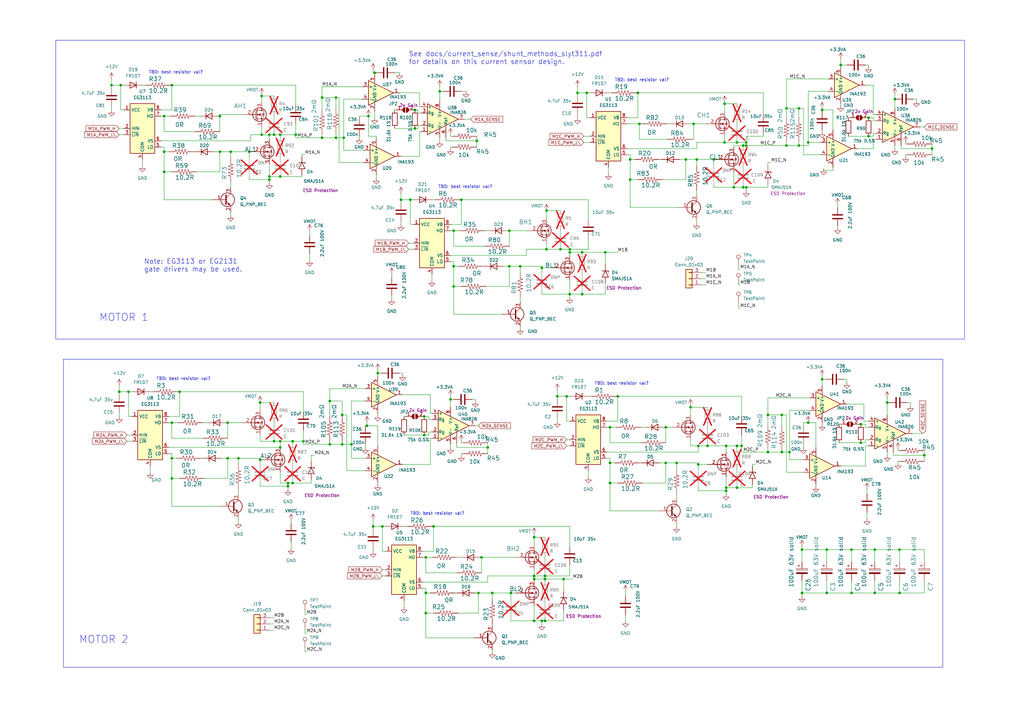
<source format=kicad_sch>
(kicad_sch (version 20230121) (generator eeschema)
  (paper "A3")
  (junction (at 197.485 228.6))
  (junction (at 358.775 225.425))
  (junction (at 118.11 199.39))
  (junction (at 49.53 34.925))
  (junction (at 114.935 55.245))
  (junction (at 314.96 185.42))
  (junction (at 118.11 198.12))
  (junction (at 144.145 182.245))
  (junction (at 70.485 34.925))
  (junction (at 222.25 109.855))
  (junction (at 121.285 55.245))
  (junction (at 177.8 215.9))
  (junction (at 286.385 182.88))
  (junction (at 344.805 26.67))
  (junction (at 233.68 102.235))
  (junction (at 52.705 160.655))
  (junction (at 233.68 120.65))
  (junction (at 156.845 215.9))
  (junction (at 154.94 153.035))
  (junction (at 70.485 187.96))
  (junction (at 328.93 243.205))
  (junction (at 306.07 58.42))
  (junction (at 297.18 42.545))
  (junction (at 173.99 178.435))
  (junction (at 250.19 189.865))
  (junction (at 153.67 29.845))
  (junction (at 186.055 94.615))
  (junction (at 248.285 103.505))
  (junction (at 186.055 117.475))
  (junction (at 114.935 180.975))
  (junction (at 112.395 180.975))
  (junction (at 353.06 173.99))
  (junction (at 323.85 185.42))
  (junction (at 273.05 175.26))
  (junction (at 281.305 65.405))
  (junction (at 151.13 47.625))
  (junction (at 337.185 155.575))
  (junction (at 368.935 225.425))
  (junction (at 107.315 55.245))
  (junction (at 231.14 237.49))
  (junction (at 223.52 236.22))
  (junction (at 124.46 180.975))
  (junction (at 297.18 58.42))
  (junction (at 314.96 170.18))
  (junction (at 222.25 254.635))
  (junction (at 322.58 44.45))
  (junction (at 201.93 243.205))
  (junction (at 137.795 40.005))
  (junction (at 189.23 81.915))
  (junction (at 232.41 162.56))
  (junction (at 331.47 58.42))
  (junction (at 290.195 182.88))
  (junction (at 258.445 65.405))
  (junction (at 106.68 188.595))
  (junction (at 45.72 34.925))
  (junction (at 356.235 55.88))
  (junction (at 223.52 237.49))
  (junction (at 306.07 76.835))
  (junction (at 120.015 180.975))
  (junction (at 110.49 72.39))
  (junction (at 349.25 225.425))
  (junction (at 320.675 185.42))
  (junction (at 328.93 225.425))
  (junction (at 339.09 243.205))
  (junction (at 174.625 251.46))
  (junction (at 135.255 164.465))
  (junction (at 297.815 200.025))
  (junction (at 67.31 62.23))
  (junction (at 67.31 70.485))
  (junction (at 300.99 76.835))
  (junction (at 250.19 175.26))
  (junction (at 135.255 182.245))
  (junction (at 94.615 62.23))
  (junction (at 339.09 225.425))
  (junction (at 302.26 58.42))
  (junction (at 367.03 40.64))
  (junction (at 110.49 73.66))
  (junction (at 93.345 187.96))
  (junction (at 229.87 102.235))
  (junction (at 90.17 47.625))
  (junction (at 327.66 59.69))
  (junction (at 219.075 237.49))
  (junction (at 238.76 120.65))
  (junction (at 273.05 189.865))
  (junction (at 292.735 65.405))
  (junction (at 209.55 243.205))
  (junction (at 363.855 165.1))
  (junction (at 114.935 72.39))
  (junction (at 297.815 201.295))
  (junction (at 219.075 220.345))
  (junction (at 306.07 59.69))
  (junction (at 150.495 174.625))
  (junction (at 132.08 40.005))
  (junction (at 170.18 52.705))
  (junction (at 322.58 59.69))
  (junction (at 97.79 187.96))
  (junction (at 93.345 173.355))
  (junction (at 285.75 65.405))
  (junction (at 320.675 170.18))
  (junction (at 238.76 103.505))
  (junction (at 286.385 190.5))
  (junction (at 73.66 160.655))
  (junction (at 107.315 39.37))
  (junction (at 304.8 76.835))
  (junction (at 302.26 200.025))
  (junction (at 140.335 182.245))
  (junction (at 283.21 167.005))
  (junction (at 224.155 86.36))
  (junction (at 208.915 109.22))
  (junction (at 137.795 56.515))
  (junction (at 356.235 48.26))
  (junction (at 223.52 254.635))
  (junction (at 368.935 243.205))
  (junction (at 114.935 183.515))
  (junction (at 164.465 81.915))
  (junction (at 337.185 45.085))
  (junction (at 168.275 81.915))
  (junction (at 240.665 38.1))
  (junction (at 302.26 182.88))
  (junction (at 180.34 37.465))
  (junction (at 48.895 160.655))
  (junction (at 261.62 38.1))
  (junction (at 304.8 59.69))
  (junction (at 140.97 56.515))
  (junction (at 331.47 173.355))
  (junction (at 140.335 170.18))
  (junction (at 200.025 183.515))
  (junction (at 173.99 170.815))
  (junction (at 70.485 196.215))
  (junction (at 196.215 243.205))
  (junction (at 170.18 45.085))
  (junction (at 224.155 102.235))
  (junction (at 353.06 181.61))
  (junction (at 90.17 62.23))
  (junction (at 304.165 182.88))
  (junction (at 174.625 243.205))
  (junction (at 213.36 109.22))
  (junction (at 102.235 62.23))
  (junction (at 106.68 165.1))
  (junction (at 70.485 173.355))
  (junction (at 186.055 109.22))
  (junction (at 184.785 163.83))
  (junction (at 250.19 198.12))
  (junction (at 233.68 103.505))
  (junction (at 110.49 55.245))
  (junction (at 228.6 162.56))
  (junction (at 195.58 57.785))
  (junction (at 284.48 50.8))
  (junction (at 277.495 189.865))
  (junction (at 219.075 236.22))
  (junction (at 112.395 55.245))
  (junction (at 153.035 215.9))
  (junction (at 174.625 228.6))
  (junction (at 253.365 162.56))
  (junction (at 258.445 73.66))
  (junction (at 262.255 50.8))
  (junction (at 349.25 243.205))
  (junction (at 358.775 243.205))
  (junction (at 219.075 254.635))
  (junction (at 327.66 44.45))
  (junction (at 132.08 56.515))
  (junction (at 297.815 182.88))
  (junction (at 382.27 60.96))
  (junction (at 236.855 38.1))
  (junction (at 67.31 47.625))
  (junction (at 120.015 198.12))
  (junction (at 208.915 94.615))
  (junction (at 379.095 186.69))
  (wire (pts (xy 297.815 201.295) (xy 286.385 201.295)))
  (wire (pts (xy 232.41 180.34) (xy 233.68 180.34)))
  (wire (pts (xy 208.915 109.22) (xy 208.915 117.475)))
  (wire (pts (xy 320.675 185.42) (xy 323.85 185.42)))
  (wire (pts (xy 290.195 182.88) (xy 297.815 182.88)))
  (wire (pts (xy 97.79 212.725) (xy 97.79 213.995)))
  (wire (pts (xy 285.75 60.96) (xy 285.75 58.42)))
  (wire (pts (xy 223.52 236.22) (xy 233.68 236.22)))
  (wire (pts (xy 153.67 45.72) (xy 153.67 48.26)))
  (wire (pts (xy 282.575 50.8) (xy 284.48 50.8)))
  (wire (pts (xy 67.31 53.975) (xy 80.01 53.975)))
  (wire (pts (xy 186.055 94.615) (xy 184.785 94.615)))
  (wire (pts (xy 354.33 165.735) (xy 347.345 165.735)))
  (wire (pts (xy 219.075 236.22) (xy 223.52 236.22)))
  (wire (pts (xy 308.61 198.755) (xy 308.61 200.025)))
  (wire (pts (xy 184.785 163.83) (xy 184.785 167.005)))
  (wire (pts (xy 272.415 175.26) (xy 273.05 175.26)))
  (wire (pts (xy 153.67 29.845) (xy 154.305 29.845)))
  (wire (pts (xy 124.46 182.245) (xy 135.255 182.245)))
  (wire (pts (xy 106.68 187.96) (xy 106.68 188.595)))
  (wire (pts (xy 286.385 190.5) (xy 286.385 192.405)))
  (wire (pts (xy 303.53 126.365) (xy 302.895 126.365)))
  (wire (pts (xy 344.17 181.61) (xy 353.06 181.61)))
  (wire (pts (xy 176.53 169.545) (xy 176.53 161.925)))
  (wire (pts (xy 358.775 225.425) (xy 358.775 230.505)))
  (wire (pts (xy 67.31 81.915) (xy 67.31 70.485)))
  (wire (pts (xy 189.23 186.055) (xy 189.865 186.055)))
  (wire (pts (xy 154.94 151.765) (xy 154.94 153.035)))
  (wire (pts (xy 248.285 103.505) (xy 248.285 108.585)))
  (wire (pts (xy 379.095 230.505) (xy 379.095 225.425)))
  (wire (pts (xy 222.25 120.65) (xy 222.25 119.38)))
  (wire (pts (xy 314.96 170.18) (xy 320.675 170.18)))
  (wire (pts (xy 80.01 47.625) (xy 81.915 47.625)))
  (wire (pts (xy 331.47 59.69) (xy 331.47 58.42)))
  (wire (pts (xy 363.855 163.195) (xy 363.855 165.1)))
  (wire (pts (xy 256.54 242.57) (xy 256.54 244.475)))
  (wire (pts (xy 180.34 56.515) (xy 180.34 57.785)))
  (wire (pts (xy 314.96 170.18) (xy 314.96 163.195)))
  (wire (pts (xy 52.07 178.435) (xy 53.975 178.435)))
  (wire (pts (xy 223.52 228.6) (xy 223.52 227.965)))
  (wire (pts (xy 250.19 209.55) (xy 250.19 198.12)))
  (wire (pts (xy 233.68 103.505) (xy 233.68 104.775)))
  (wire (pts (xy 144.145 164.465) (xy 149.86 164.465)))
  (wire (pts (xy 354.965 173.99) (xy 353.06 173.99)))
  (wire (pts (xy 241.3 162.56) (xy 242.57 162.56)))
  (wire (pts (xy 228.6 162.56) (xy 232.41 162.56)))
  (wire (pts (xy 118.11 199.39) (xy 106.68 199.39)))
  (wire (pts (xy 349.25 225.425) (xy 358.775 225.425)))
  (wire (pts (xy 190.5 48.895) (xy 193.04 48.895)))
  (wire (pts (xy 45.72 43.815) (xy 45.72 45.085)))
  (wire (pts (xy 248.92 187.96) (xy 250.19 187.96)))
  (wire (pts (xy 334.645 173.355) (xy 331.47 173.355)))
  (wire (pts (xy 308.61 200.025) (xy 302.26 200.025)))
  (wire (pts (xy 124.46 180.975) (xy 124.46 182.245)))
  (wire (pts (xy 195.58 57.785) (xy 195.58 60.325)))
  (wire (pts (xy 219.075 220.345) (xy 223.52 220.345)))
  (wire (pts (xy 347.98 48.26) (xy 348.615 48.26)))
  (wire (pts (xy 140.335 170.18) (xy 142.24 170.18)))
  (wire (pts (xy 184.785 107.315) (xy 186.055 107.315)))
  (wire (pts (xy 323.85 188.595) (xy 329.565 188.595)))
  (wire (pts (xy 269.875 209.55) (xy 250.19 209.55)))
  (wire (pts (xy 89.535 47.625) (xy 90.17 47.625)))
  (wire (pts (xy 186.055 117.475) (xy 189.23 117.475)))
  (wire (pts (xy 334.645 173.355) (xy 334.645 183.515)))
  (wire (pts (xy 304.8 76.2) (xy 304.8 76.835)))
  (wire (pts (xy 144.145 187.96) (xy 149.86 187.96)))
  (wire (pts (xy 353.06 181.61) (xy 354.965 181.61)))
  (wire (pts (xy 256.54 252.095) (xy 256.54 254.635)))
  (wire (pts (xy 354.965 191.135) (xy 344.805 191.135)))
  (wire (pts (xy 232.41 162.56) (xy 232.41 172.72)))
  (wire (pts (xy 314.96 170.18) (xy 314.96 173.99)))
  (wire (pts (xy 45.72 34.925) (xy 45.72 36.195)))
  (wire (pts (xy 304.165 170.815) (xy 304.165 162.56)))
  (wire (pts (xy 373.38 165.1) (xy 373.38 166.37)))
  (wire (pts (xy 127 104.14) (xy 127 106.68)))
  (wire (pts (xy 175.895 172.085) (xy 175.895 170.815)))
  (wire (pts (xy 250.19 175.26) (xy 250.19 181.61)))
  (wire (pts (xy 302.26 192.405) (xy 302.26 191.77)))
  (wire (pts (xy 208.915 109.22) (xy 213.36 109.22)))
  (wire (pts (xy 368.935 243.205) (xy 379.095 243.205)))
  (wire (pts (xy 358.14 49.53) (xy 358.14 48.26)))
  (wire (pts (xy 45.72 34.925) (xy 45.72 32.385)))
  (wire (pts (xy 339.09 230.505) (xy 339.09 225.425)))
  (wire (pts (xy 125.095 252.095) (xy 125.095 250.19)))
  (wire (pts (xy 196.215 243.205) (xy 194.945 243.205)))
  (wire (pts (xy 125.095 63.5) (xy 123.825 63.5)))
  (wire (pts (xy 219.075 233.68) (xy 219.075 236.22)))
  (wire (pts (xy 382.27 60.96) (xy 382.27 63.5)))
  (wire (pts (xy 238.76 103.505) (xy 248.285 103.505)))
  (wire (pts (xy 215.9 102.235) (xy 224.155 102.235)))
  (wire (pts (xy 347.98 55.88) (xy 356.235 55.88)))
  (wire (pts (xy 114.935 193.675) (xy 114.935 198.12)))
  (wire (pts (xy 171.45 46.355) (xy 171.45 45.085)))
  (wire (pts (xy 249.555 38.1) (xy 250.825 38.1)))
  (wire (pts (xy 260.985 38.1) (xy 261.62 38.1)))
  (wire (pts (xy 334.645 198.755) (xy 334.645 199.39)))
  (wire (pts (xy 349.25 230.505) (xy 349.25 225.425)))
  (wire (pts (xy 174.625 228.6) (xy 173.355 228.6)))
  (wire (pts (xy 93.345 196.215) (xy 83.82 196.215)))
  (wire (pts (xy 313.055 46.99) (xy 313.055 38.1)))
  (wire (pts (xy 337.185 44.45) (xy 337.185 45.085)))
  (wire (pts (xy 331.47 58.42) (xy 336.55 58.42)))
  (wire (pts (xy 306.07 55.88) (xy 306.07 58.42)))
  (wire (pts (xy 250.19 175.26) (xy 248.92 175.26)))
  (wire (pts (xy 285.75 78.105) (xy 285.75 80.01)))
  (wire (pts (xy 283.21 180.34) (xy 283.21 182.88)))
  (wire (pts (xy 168.275 92.075) (xy 169.545 92.075)))
  (wire (pts (xy 174.625 261.62) (xy 174.625 251.46)))
  (wire (pts (xy 297.815 200.025) (xy 297.815 201.295)))
  (wire (pts (xy 258.445 63.5) (xy 258.445 65.405)))
  (wire (pts (xy 337.185 155.575) (xy 338.455 155.575)))
  (wire (pts (xy 174.625 228.6) (xy 177.165 228.6)))
  (wire (pts (xy 368.3 184.15) (xy 368.3 184.785)))
  (wire (pts (xy 61.595 191.135) (xy 61.595 193.675)))
  (wire (pts (xy 176.53 190.5) (xy 165.1 190.5)))
  (wire (pts (xy 121.285 55.245) (xy 121.285 50.8)))
  (wire (pts (xy 322.58 193.675) (xy 329.565 193.675)))
  (wire (pts (xy 167.64 102.235) (xy 169.545 102.235)))
  (wire (pts (xy 69.85 34.925) (xy 70.485 34.925)))
  (wire (pts (xy 328.93 243.205) (xy 328.93 244.475)))
  (wire (pts (xy 209.55 243.205) (xy 209.55 245.745)))
  (wire (pts (xy 173.355 241.3) (xy 174.625 241.3)))
  (wire (pts (xy 219.075 254.635) (xy 222.25 254.635)))
  (wire (pts (xy 352.425 173.99) (xy 353.06 173.99)))
  (wire (pts (xy 292.735 76.835) (xy 292.735 75.565)))
  (wire (pts (xy 189.23 181.61) (xy 189.865 181.61)))
  (wire (pts (xy 281.305 65.405) (xy 285.75 65.405)))
  (wire (pts (xy 371.475 63.5) (xy 372.11 63.5)))
  (wire (pts (xy 283.21 166.37) (xy 283.21 167.005)))
  (wire (pts (xy 314.96 75.565) (xy 314.96 76.835)))
  (wire (pts (xy 233.68 224.155) (xy 233.68 215.9)))
  (wire (pts (xy 186.055 107.315) (xy 186.055 109.22)))
  (wire (pts (xy 314.96 184.15) (xy 314.96 185.42)))
  (wire (pts (xy 339.09 225.425) (xy 328.93 225.425)))
  (wire (pts (xy 90.17 207.645) (xy 70.485 207.645)))
  (wire (pts (xy 142.24 170.18) (xy 142.24 193.04)))
  (wire (pts (xy 219.075 237.49) (xy 223.52 237.49)))
  (wire (pts (xy 110.49 55.245) (xy 110.49 57.15)))
  (wire (pts (xy 209.55 243.205) (xy 211.455 243.205)))
  (wire (pts (xy 70.485 34.925) (xy 121.285 34.925)))
  (wire (pts (xy 232.41 182.88) (xy 233.68 182.88)))
  (wire (pts (xy 150.495 174.625) (xy 150.495 173.355)))
  (wire (pts (xy 232.41 162.56) (xy 233.68 162.56)))
  (wire (pts (xy 106.68 178.435) (xy 106.68 180.975)))
  (wire (pts (xy 374.015 177.8) (xy 378.46 177.8)))
  (wire (pts (xy 208.915 94.615) (xy 208.915 100.965)))
  (wire (pts (xy 323.85 188.595) (xy 323.85 185.42)))
  (wire (pts (xy 359.41 54.61) (xy 358.14 54.61)))
  (wire (pts (xy 112.395 47.625) (xy 112.395 46.99)))
  (wire (pts (xy 156.845 215.9) (xy 158.115 215.9)))
  (wire (pts (xy 222.25 109.22) (xy 213.36 109.22)))
  (wire (pts (xy 281.305 65.405) (xy 278.765 65.405)))
  (wire (pts (xy 258.445 73.66) (xy 261.62 73.66)))
  (wire (pts (xy 304.8 59.69) (xy 304.8 60.325)))
  (wire (pts (xy 110.49 73.66) (xy 110.49 74.93)))
  (wire (pts (xy 198.12 109.22) (xy 198.755 109.22)))
  (wire (pts (xy 233.68 102.235) (xy 241.3 102.235)))
  (wire (pts (xy 73.66 160.655) (xy 124.46 160.655)))
  (wire (pts (xy 209.55 243.205) (xy 201.93 243.205)))
  (wire (pts (xy 233.68 120.65) (xy 233.68 121.92)))
  (wire (pts (xy 258.445 85.09) (xy 258.445 73.66)))
  (wire (pts (xy 320.675 170.18) (xy 322.58 170.18)))
  (wire (pts (xy 106.68 165.1) (xy 106.68 168.275)))
  (wire (pts (xy 356.235 175.26) (xy 354.965 175.26)))
  (wire (pts (xy 196.215 243.205) (xy 201.93 243.205)))
  (wire (pts (xy 300.99 76.835) (xy 292.735 76.835)))
  (wire (pts (xy 58.42 65.405) (xy 58.42 67.945)))
  (wire (pts (xy 200.025 236.22) (xy 219.075 236.22)))
  (wire (pts (xy 102.87 57.785) (xy 102.87 55.245)))
  (wire (pts (xy 102.87 55.245) (xy 107.315 55.245)))
  (wire (pts (xy 140.97 40.64) (xy 148.59 40.64)))
  (wire (pts (xy 66.04 45.085) (xy 70.485 45.085)))
  (wire (pts (xy 127.635 196.85) (xy 127.635 198.12)))
  (wire (pts (xy 174.625 243.205) (xy 176.53 243.205)))
  (wire (pts (xy 213.36 109.22) (xy 213.36 111.76)))
  (wire (pts (xy 52.07 180.975) (xy 53.975 180.975)))
  (wire (pts (xy 233.68 236.22) (xy 233.68 231.775)))
  (wire (pts (xy 135.255 164.465) (xy 135.255 170.815)))
  (wire (pts (xy 172.085 38.1) (xy 163.83 38.1)))
  (wire (pts (xy 304.165 185.42) (xy 304.165 182.88)))
  (wire (pts (xy 339.09 243.205) (xy 339.09 238.125)))
  (wire (pts (xy 110.49 67.31) (xy 110.49 72.39)))
  (wire (pts (xy 302.895 116.84) (xy 302.895 116.205)))
  (wire (pts (xy 161.925 52.705) (xy 170.18 52.705)))
  (wire (pts (xy 168.275 81.915) (xy 168.275 92.075)))
  (wire (pts (xy 354.965 175.26) (xy 354.965 173.99)))
  (wire (pts (xy 213.36 133.985) (xy 213.36 134.62)))
  (wire (pts (xy 290.195 190.5) (xy 286.385 190.5)))
  (wire (pts (xy 194.31 261.62) (xy 174.625 261.62)))
  (wire (pts (xy 132.08 35.56) (xy 148.59 35.56)))
  (wire (pts (xy 354.965 182.88) (xy 354.965 191.135)))
  (wire (pts (xy 286.385 201.295) (xy 286.385 200.025)))
  (wire (pts (xy 90.17 62.23) (xy 90.17 70.485)))
  (wire (pts (xy 86.995 81.915) (xy 67.31 81.915)))
  (wire (pts (xy 302.26 200.025) (xy 297.815 200.025)))
  (wire (pts (xy 110.49 255.905) (xy 112.395 255.905)))
  (wire (pts (xy 346.075 155.575) (xy 347.345 155.575)))
  (wire (pts (xy 354.965 26.67) (xy 356.235 26.67)))
  (wire (pts (xy 329.565 173.355) (xy 329.565 174.625)))
  (wire (pts (xy 196.215 251.46) (xy 187.96 251.46)))
  (wire (pts (xy 120.015 190.5) (xy 120.015 189.865)))
  (wire (pts (xy 177.165 112.395) (xy 177.165 114.935)))
  (wire (pts (xy 367.03 40.64) (xy 367.03 44.45)))
  (wire (pts (xy 329.565 182.245) (xy 329.565 183.515)))
  (wire (pts (xy 182.88 57.785) (xy 182.88 56.515)))
  (wire (pts (xy 224.155 86.36) (xy 229.87 86.36)))
  (wire (pts (xy 356.235 55.88) (xy 358.14 55.88)))
  (wire (pts (xy 124.46 168.91) (xy 124.46 160.655)))
  (wire (pts (xy 184.785 60.325) (xy 184.785 60.96)))
  (wire (pts (xy 119.38 222.25) (xy 119.38 224.79)))
  (wire (pts (xy 273.05 189.865) (xy 273.05 198.12)))
  (wire (pts (xy 106.68 199.39) (xy 106.68 198.12)))
  (wire (pts (xy 238.76 112.395) (xy 238.76 111.76)))
  (wire (pts (xy 374.65 40.64) (xy 375.92 40.64)))
  (wire (pts (xy 132.08 40.005) (xy 132.08 45.085)))
  (wire (pts (xy 102.235 73.66) (xy 102.235 72.39)))
  (wire (pts (xy 49.53 45.085) (xy 50.8 45.085)))
  (wire (pts (xy 371.475 63.5) (xy 371.475 64.135)))
  (wire (pts (xy 375.92 40.64) (xy 375.92 41.275)))
  (wire (pts (xy 70.485 187.96) (xy 72.39 187.96)))
  (wire (pts (xy 132.08 56.515) (xy 137.795 56.515)))
  (wire (pts (xy 106.68 188.595) (xy 106.68 190.5)))
  (wire (pts (xy 184.785 104.775) (xy 215.9 104.775)))
  (wire (pts (xy 121.285 56.515) (xy 132.08 56.515)))
  (wire (pts (xy 184.785 162.56) (xy 184.785 163.83)))
  (wire (pts (xy 120.015 180.975) (xy 120.015 182.245)))
  (wire (pts (xy 49.53 34.925) (xy 50.8 34.925)))
  (wire (pts (xy 339.09 243.205) (xy 349.25 243.205)))
  (wire (pts (xy 302.26 182.88) (xy 304.165 182.88)))
  (wire (pts (xy 70.485 207.645) (xy 70.485 196.215)))
  (wire (pts (xy 302.895 126.365) (xy 302.895 123.825)))
  (wire (pts (xy 283.21 167.005) (xy 290.195 167.005)))
  (wire (pts (xy 97.79 200.66) (xy 97.79 202.565)))
  (wire (pts (xy 153.035 215.9) (xy 156.845 215.9)))
  (wire (pts (xy 368.3 189.23) (xy 368.935 189.23)))
  (wire (pts (xy 367.03 38.735) (xy 367.03 40.64)))
  (wire (pts (xy 106.68 165.1) (xy 112.395 165.1)))
  (wire (pts (xy 285.75 65.405) (xy 285.75 67.945)))
  (wire (pts (xy 93.345 173.355) (xy 99.06 173.355)))
  (wire (pts (xy 329.565 44.45) (xy 329.565 63.5)))
  (wire (pts (xy 160.655 121.285) (xy 160.655 122.555)))
  (wire (pts (xy 132.08 55.245) (xy 132.08 56.515)))
  (wire (pts (xy 140.335 170.18) (xy 140.335 170.815)))
  (wire (pts (xy 250.19 198.12) (xy 253.365 198.12)))
  (wire (pts (xy 151.13 55.88) (xy 151.13 47.625)))
  (wire (pts (xy 248.285 116.205) (xy 248.285 120.65)))
  (wire (pts (xy 177.8 215.9) (xy 233.68 215.9)))
  (wire (pts (xy 140.97 40.64) (xy 140.97 56.515)))
  (wire (pts (xy 156.845 233.68) (xy 158.115 233.68)))
  (wire (pts (xy 240.665 38.1) (xy 240.665 48.26)))
  (wire (pts (xy 187.325 183.515) (xy 187.325 182.245)))
  (wire (pts (xy 177.165 177.165) (xy 175.895 177.165)))
  (wire (pts (xy 180.34 37.465) (xy 181.61 37.465)))
  (wire (pts (xy 284.48 50.8) (xy 289.56 50.8)))
  (wire (pts (xy 48.895 52.705) (xy 50.8 52.705)))
  (wire (pts (xy 368.3 184.785) (xy 368.935 184.785)))
  (wire (pts (xy 231.14 237.49) (xy 234.95 237.49)))
  (wire (pts (xy 177.165 172.085) (xy 175.895 172.085)))
  (wire (pts (xy 306.07 76.835) (xy 306.07 78.105)))
  (wire (pts (xy 201.93 243.205) (xy 201.93 245.745)))
  (wire (pts (xy 322.58 59.69) (xy 327.66 59.69)))
  (wire (pts (xy 228.6 162.56) (xy 228.6 160.02)))
  (wire (pts (xy 114.935 55.245) (xy 114.935 56.515)))
  (wire (pts (xy 366.395 186.69) (xy 366.395 185.42)))
  (wire (pts (xy 45.72 34.925) (xy 49.53 34.925)))
  (wire (pts (xy 287.655 111.76) (xy 289.56 111.76)))
  (wire (pts (xy 304.165 182.88) (xy 304.165 178.435)))
  (wire (pts (xy 213.36 121.92) (xy 213.36 123.825)))
  (wire (pts (xy 322.58 44.45) (xy 327.66 44.45)))
  (wire (pts (xy 262.255 189.865) (xy 262.89 189.865)))
  (wire (pts (xy 200.025 183.515) (xy 200.025 186.055)))
  (wire (pts (xy 153.035 224.79) (xy 153.035 226.06)))
  (wire (pts (xy 327.66 59.69) (xy 331.47 59.69)))
  (wire (pts (xy 231.14 250.19) (xy 231.14 254.635)))
  (wire (pts (xy 112.395 180.975) (xy 114.935 180.975)))
  (wire (pts (xy 273.05 175.26) (xy 273.05 181.61)))
  (wire (pts (xy 355.6 200.66) (xy 355.6 202.565)))
  (wire (pts (xy 223.52 247.015) (xy 223.52 246.38)))
  (wire (pts (xy 337.185 154.305) (xy 337.185 155.575)))
  (wire (pts (xy 83.185 173.355) (xy 85.09 173.355)))
  (wire (pts (xy 356.235 172.72) (xy 354.33 172.72)))
  (wire (pts (xy 343.535 83.82) (xy 343.535 85.09)))
  (wire (pts (xy 308.61 190.5) (xy 308.61 191.135)))
  (wire (pts (xy 120.015 180.975) (xy 124.46 180.975)))
  (wire (pts (xy 236.855 38.1) (xy 236.855 39.37)))
  (wire (pts (xy 208.915 94.615) (xy 216.535 94.615)))
  (wire (pts (xy 188.595 81.915) (xy 189.23 81.915)))
  (wire (pts (xy 229.87 102.235) (xy 233.68 102.235)))
  (wire (pts (xy 61.595 160.655) (xy 62.865 160.655)))
  (wire (pts (xy 67.31 62.23) (xy 69.215 62.23)))
  (wire (pts (xy 153.035 28.575) (xy 153.035 29.845)))
  (wire (pts (xy 297.18 55.88) (xy 297.18 58.42)))
  (wire (pts (xy 175.895 170.815) (xy 173.99 170.815)))
  (wire (pts (xy 287.655 114.3) (xy 289.56 114.3)))
  (wire (pts (xy 359.41 49.53) (xy 358.14 49.53)))
  (wire (pts (xy 219.075 220.345) (xy 219.075 223.52)))
  (wire (pts (xy 273.05 198.12) (xy 263.525 198.12)))
  (wire (pts (xy 304.8 76.835) (xy 306.07 76.835)))
  (wire (pts (xy 344.17 173.99) (xy 344.805 173.99)))
  (wire (pts (xy 257.175 50.8) (xy 262.255 50.8)))
  (wire (pts (xy 135.255 164.465) (xy 135.255 159.385)))
  (wire (pts (xy 58.42 34.925) (xy 59.69 34.925)))
  (wire (pts (xy 66.04 60.325) (xy 67.31 60.325)))
  (wire (pts (xy 180.34 35.56) (xy 180.34 37.465)))
  (wire (pts (xy 344.805 26.67) (xy 344.805 24.13)))
  (wire (pts (xy 302.26 50.8) (xy 302.26 50.165)))
  (wire (pts (xy 127.635 198.12) (xy 120.015 198.12)))
  (wire (pts (xy 121.285 43.18) (xy 121.285 34.925)))
  (wire (pts (xy 172.72 46.355) (xy 171.45 46.355)))
  (wire (pts (xy 300.99 59.69) (xy 304.8 59.69)))
  (wire (pts (xy 277.495 202.565) (xy 277.495 204.47)))
  (wire (pts (xy 306.07 55.88) (xy 313.055 55.88)))
  (wire (pts (xy 184.785 55.88) (xy 185.42 55.88)))
  (wire (pts (xy 66.04 57.785) (xy 102.87 57.785)))
  (wire (pts (xy 358.775 243.205) (xy 368.935 243.205)))
  (wire (pts (xy 283.21 182.88) (xy 286.385 182.88)))
  (wire (pts (xy 153.67 29.845) (xy 153.035 29.845)))
  (wire (pts (xy 168.275 81.915) (xy 169.545 81.915)))
  (wire (pts (xy 184.785 60.325) (xy 185.42 60.325)))
  (wire (pts (xy 337.185 53.34) (xy 337.185 53.975)))
  (wire (pts (xy 186.69 243.205) (xy 187.325 243.205)))
  (wire (pts (xy 322.58 44.45) (xy 322.58 48.26)))
  (wire (pts (xy 132.08 40.005) (xy 132.08 35.56)))
  (wire (pts (xy 135.255 164.465) (xy 140.335 164.465)))
  (wire (pts (xy 197.485 228.6) (xy 197.485 234.95)))
  (wire (pts (xy 184.785 55.245) (xy 184.785 55.88)))
  (wire (pts (xy 110.49 253.365) (xy 112.395 253.365)))
  (wire (pts (xy 241.3 90.17) (xy 241.3 81.915)))
  (wire (pts (xy 297.815 182.88) (xy 302.26 182.88)))
  (wire (pts (xy 233.68 103.505) (xy 238.76 103.505)))
  (wire (pts (xy 182.88 57.785) (xy 195.58 57.785)))
  (wire (pts (xy 257.175 48.26) (xy 261.62 48.26)))
  (wire (pts (xy 358.775 238.125) (xy 358.775 243.205)))
  (wire (pts (xy 277.495 214.63) (xy 277.495 215.9)))
  (wire (pts (xy 164.465 81.915) (xy 164.465 79.375)))
  (wire (pts (xy 132.08 40.005) (xy 137.795 40.005)))
  (wire (pts (xy 363.855 185.42) (xy 363.855 186.69)))
  (wire (pts (xy 177.165 169.545) (xy 176.53 169.545)))
  (wire (pts (xy 164.465 81.915) (xy 164.465 83.185)))
  (wire (pts (xy 303.53 110.49) (xy 302.895 110.49)))
  (wire (pts (xy 379.095 225.425) (xy 368.935 225.425)))
  (wire (pts (xy 297.815 201.295) (xy 297.815 202.565)))
  (wire (pts (xy 262.89 175.26) (xy 264.795 175.26)))
  (wire (pts (xy 323.85 168.275) (xy 323.85 185.42)))
  (wire (pts (xy 248.92 172.72) (xy 253.365 172.72)))
  (wire (pts (xy 180.34 37.465) (xy 180.34 41.275)))
  (wire (pts (xy 154.94 174.625) (xy 154.94 182.88)))
  (wire (pts (xy 187.325 183.515) (xy 200.025 183.515)))
  (wire (pts (xy 347.345 155.575) (xy 347.345 156.845)))
  (wire (pts (xy 284.48 50.8) (xy 284.48 57.15)))
  (wire (pts (xy 219.075 219.075) (xy 219.075 220.345)))
  (wire (pts (xy 286.385 185.42) (xy 286.385 182.88)))
  (wire (pts (xy 309.88 190.5) (xy 308.61 190.5)))
  (wire (pts (xy 322.58 32.385) (xy 339.725 32.385)))
  (wire (pts (xy 172.085 53.975) (xy 172.085 64.135)))
  (wire (pts (xy 300.99 59.69) (xy 300.99 60.325)))
  (wire (pts (xy 147.32 47.625) (xy 147.32 48.26)))
  (wire (pts (xy 238.76 103.505) (xy 238.76 104.14)))
  (wire (pts (xy 139.065 40.005) (xy 139.065 66.675)))
  (wire (pts (xy 67.31 62.23) (xy 67.31 70.485)))
  (wire (pts (xy 165.735 215.9) (xy 167.005 215.9)))
  (wire (pts (xy 196.215 174.625) (xy 194.945 174.625)))
  (wire (pts (xy 121.285 56.515) (xy 121.285 55.245)))
  (wire (pts (xy 250.19 189.865) (xy 250.19 198.12)))
  (wire (pts (xy 314.96 66.675) (xy 314.96 67.945)))
  (wire (pts (xy 154.94 169.545) (xy 154.94 170.18)))
  (wire (pts (xy 73.66 160.655) (xy 73.66 170.815)))
  (wire (pts (xy 102.235 62.23) (xy 102.235 64.77)))
  (wire (pts (xy 171.45 45.085) (xy 170.18 45.085)))
  (wire (pts (xy 208.28 94.615) (xy 208.915 94.615)))
  (wire (pts (xy 154.305 55.88) (xy 154.305 56.515)))
  (wire (pts (xy 297.815 182.88) (xy 297.815 185.42)))
  (wire (pts (xy 120.015 198.12) (xy 118.11 198.12)))
  (wire (pts (xy 297.18 41.91) (xy 297.18 42.545)))
  (wire (pts (xy 257.175 60.96) (xy 285.75 60.96)))
  (wire (pts (xy 186.055 100.965) (xy 198.755 100.965)))
  (wire (pts (xy 135.255 159.385) (xy 149.86 159.385)))
  (wire (pts (xy 354.33 172.72) (xy 354.33 165.735)))
  (wire (pts (xy 114.935 64.77) (xy 114.935 64.135)))
  (wire (pts (xy 70.485 173.355) (xy 73.025 173.355)))
  (wire (pts (xy 156.845 215.9) (xy 156.845 226.06)))
  (wire (pts (xy 147.32 56.515) (xy 147.32 55.88)))
  (wire (pts (xy 228.6 171.45) (xy 228.6 172.72)))
  (wire (pts (xy 106.68 187.96) (xy 97.79 187.96)))
  (wire (pts (xy 250.19 181.61) (xy 262.89 181.61)))
  (wire (pts (xy 236.855 38.1) (xy 240.665 38.1)))
  (wire (pts (xy 283.21 167.005) (xy 283.21 170.18)))
  (wire (pts (xy 286.385 182.88) (xy 290.195 182.88)))
  (wire (pts (xy 292.735 65.405) (xy 293.37 65.405)))
  (wire (pts (xy 372.11 165.1) (xy 373.38 165.1)))
  (wire (pts (xy 250.19 189.865) (xy 252.095 189.865)))
  (wire (pts (xy 363.855 165.1) (xy 363.855 170.18)))
  (wire (pts (xy 110.49 72.39) (xy 114.935 72.39)))
  (wire (pts (xy 297.18 42.545) (xy 297.18 45.72)))
  (wire (pts (xy 224.155 86.36) (xy 224.155 89.535)))
  (wire (pts (xy 110.49 258.445) (xy 112.395 258.445)))
  (wire (pts (xy 224.155 102.235) (xy 229.87 102.235)))
  (wire (pts (xy 154.94 198.12) (xy 154.94 198.755)))
  (wire (pts (xy 123.825 63.5) (xy 123.825 64.135)))
  (wire (pts (xy 253.365 162.56) (xy 253.365 172.72)))
  (wire (pts (xy 292.735 65.405) (xy 285.75 65.405)))
  (wire (pts (xy 297.815 195.58) (xy 297.815 200.025)))
  (wire (pts (xy 90.17 62.23) (xy 87.63 62.23)))
  (wire (pts (xy 239.395 55.88) (xy 241.935 55.88)))
  (wire (pts (xy 302.26 58.42) (xy 306.07 58.42)))
  (wire (pts (xy 261.62 38.1) (xy 313.055 38.1)))
  (wire (pts (xy 177.165 179.705) (xy 176.53 179.705)))
  (wire (pts (xy 90.17 62.23) (xy 94.615 62.23)))
  (wire (pts (xy 313.055 55.88) (xy 313.055 54.61)))
  (wire (pts (xy 70.485 173.355) (xy 69.215 173.355)))
  (wire (pts (xy 49.53 34.925) (xy 49.53 45.085)))
  (wire (pts (xy 154.94 153.035) (xy 156.21 153.035)))
  (wire (pts (xy 107.315 39.37) (xy 107.315 41.91)))
  (wire (pts (xy 70.485 34.925) (xy 70.485 45.085)))
  (wire (pts (xy 377.19 52.07) (xy 379.095 52.07)))
  (wire (pts (xy 236.855 38.1) (xy 236.855 35.56)))
  (wire (pts (xy 174.625 243.205) (xy 174.625 251.46)))
  (wire (pts (xy 90.17 46.99) (xy 90.17 47.625)))
  (wire (pts (xy 69.215 183.515) (xy 114.935 183.515)))
  (wire (pts (xy 359.41 46.99) (xy 358.14 46.99)))
  (wire (pts (xy 52.705 160.655) (xy 52.705 170.815)))
  (wire (pts (xy 331.47 37.465) (xy 339.725 37.465)))
  (wire (pts (xy 70.485 179.705) (xy 83.185 179.705)))
  (wire (pts (xy 314.96 163.195) (xy 332.105 163.195)))
  (wire (pts (xy 258.445 65.405) (xy 258.445 73.66)))
  (wire (pts (xy 302.895 110.49) (xy 302.895 108.585)))
  (wire (pts (xy 125.73 259.715) (xy 125.095 259.715)))
  (wire (pts (xy 223.52 237.49) (xy 231.14 237.49)))
  (wire (pts (xy 368.3 189.23) (xy 368.3 189.865)))
  (wire (pts (xy 248.285 120.65) (xy 238.76 120.65)))
  (wire (pts (xy 219.075 248.285) (xy 219.075 254.635)))
  (wire (pts (xy 172.085 43.815) (xy 172.085 38.1)))
  (wire (pts (xy 379.095 243.205) (xy 379.095 238.125)))
  (wire (pts (xy 231.14 237.49) (xy 231.14 242.57)))
  (wire (pts (xy 344.805 42.545) (xy 344.805 43.18)))
  (wire (pts (xy 228.6 162.56) (xy 228.6 163.83)))
  (wire (pts (xy 331.47 58.42) (xy 331.47 37.465)))
  (wire (pts (xy 172.085 64.135) (xy 164.465 64.135)))
  (wire (pts (xy 112.395 173.355) (xy 112.395 172.72)))
  (wire (pts (xy 140.97 61.595) (xy 149.225 61.595)))
  (wire (pts (xy 171.45 51.435) (xy 171.45 52.705)))
  (wire (pts (xy 322.58 44.45) (xy 322.58 32.385)))
  (wire (pts (xy 208.915 117.475) (xy 199.39 117.475)))
  (wire (pts (xy 356.235 182.88) (xy 354.965 182.88)))
  (wire (pts (xy 366.395 186.69) (xy 379.095 186.69)))
  (wire (pts (xy 249.555 68.58) (xy 249.555 71.12)))
  (wire (pts (xy 161.925 29.845) (xy 163.83 29.845)))
  (wire (pts (xy 90.17 70.485) (xy 80.645 70.485)))
  (wire (pts (xy 137.795 40.005) (xy 137.795 44.45)))
  (wire (pts (xy 184.785 92.075) (xy 189.23 92.075)))
  (wire (pts (xy 250.19 187.96) (xy 250.19 189.865)))
  (wire (pts (xy 93.345 173.355) (xy 93.345 179.705)))
  (wire (pts (xy 261.62 38.1) (xy 261.62 48.26)))
  (wire (pts (xy 165.1 153.035) (xy 165.1 153.67)))
  (wire (pts (xy 172.72 51.435) (xy 171.45 51.435)))
  (wire (pts (xy 175.895 177.165) (xy 175.895 178.435)))
  (wire (pts (xy 114.935 180.975) (xy 120.015 180.975)))
  (wire (pts (xy 119.38 213.36) (xy 119.38 214.63)))
  (wire (pts (xy 231.14 254.635) (xy 223.52 254.635)))
  (wire (pts (xy 127.635 186.69) (xy 127.635 189.23)))
  (wire (pts (xy 304.8 68.58) (xy 304.8 67.945)))
  (wire (pts (xy 69.215 186.055) (xy 70.485 186.055)))
  (wire (pts (xy 140.97 61.595) (xy 140.97 56.515)))
  (wire (pts (xy 337.82 69.85) (xy 337.82 69.215)))
  (wire (pts (xy 252.73 162.56) (xy 253.365 162.56)))
  (wire (pts (xy 222.25 109.22) (xy 222.25 109.855)))
  (wire (pts (xy 222.25 254.635) (xy 222.25 255.905)))
  (wire (pts (xy 93.345 187.96) (xy 90.805 187.96)))
  (wire (pts (xy 328.93 243.205) (xy 339.09 243.205)))
  (wire (pts (xy 48.895 160.655) (xy 48.895 161.925)))
  (wire (pts (xy 189.23 180.975) (xy 189.23 181.61)))
  (wire (pts (xy 67.31 70.485) (xy 70.485 70.485)))
  (wire (pts (xy 139.065 66.675) (xy 149.225 66.675)))
  (wire (pts (xy 327.66 44.45) (xy 327.66 48.26)))
  (wire (pts (xy 371.475 59.055) (xy 372.11 59.055)))
  (wire (pts (xy 48.895 160.655) (xy 48.895 158.115)))
  (wire (pts (xy 273.05 175.26) (xy 275.59 175.26)))
  (wire (pts (xy 114.935 198.12) (xy 118.11 198.12)))
  (wire (pts (xy 189.23 81.915) (xy 241.3 81.915)))
  (wire (pts (xy 224.155 99.695) (xy 224.155 102.235)))
  (wire (pts (xy 320.675 170.18) (xy 320.675 174.625)))
  (wire (pts (xy 67.31 47.625) (xy 66.04 47.625)))
  (wire (pts (xy 328.93 225.425) (xy 328.93 230.505)))
  (wire (pts (xy 118.11 199.39) (xy 118.11 200.66)))
  (wire (pts (xy 67.31 60.325) (xy 67.31 62.23)))
  (wire (pts (xy 70.485 186.055) (xy 70.485 187.96)))
  (wire (pts (xy 110.49 55.245) (xy 112.395 55.245)))
  (wire (pts (xy 369.57 60.96) (xy 382.27 60.96)))
  (wire (pts (xy 52.705 160.655) (xy 53.975 160.655)))
  (wire (pts (xy 187.325 228.6) (xy 189.23 228.6)))
  (wire (pts (xy 189.23 37.465) (xy 191.135 37.465)))
  (wire (pts (xy 149.86 182.245) (xy 149.86 183.515)))
  (wire (pts (xy 300.99 76.835) (xy 304.8 76.835)))
  (wire (pts (xy 147.32 47.625) (xy 151.13 47.625)))
  (wire (pts (xy 114.935 180.975) (xy 114.935 183.515)))
  (wire (pts (xy 208.915 109.22) (xy 206.375 109.22)))
  (wire (pts (xy 241.3 193.04) (xy 241.3 195.58)))
  (wire (pts (xy 110.49 72.39) (xy 110.49 73.66)))
  (wire (pts (xy 197.485 228.6) (xy 211.455 228.6)))
  (wire (pts (xy 209.55 254.635) (xy 209.55 253.365)))
  (wire (pts (xy 48.895 160.655) (xy 52.705 160.655)))
  (wire (pts (xy 114.935 72.39) (xy 123.825 72.39)))
  (wire (pts (xy 154.305 71.755) (xy 154.305 73.025)))
  (wire (pts (xy 102.235 62.23) (xy 102.87 62.23)))
  (wire (pts (xy 219.075 254.635) (xy 209.55 254.635)))
  (wire (pts (xy 358.14 34.925) (xy 354.965 34.925)))
  (wire (pts (xy 125.73 267.335) (xy 125.095 267.335)))
  (wire (pts (xy 314.96 185.42) (xy 320.675 185.42)))
  (wire (pts (xy 281.305 73.66) (xy 271.78 73.66)))
  (wire (pts (xy 205.74 128.905) (xy 186.055 128.905)))
  (wire (pts (xy 320.675 184.785) (xy 320.675 185.42)))
  (wire (pts (xy 262.255 57.15) (xy 273.685 57.15)))
  (wire (pts (xy 349.25 243.205) (xy 358.775 243.205)))
  (wire (pts (xy 356.235 26.67) (xy 356.235 27.305)))
  (wire (pts (xy 173.355 238.76) (xy 200.025 238.76)))
  (wire (pts (xy 73.025 160.655) (xy 73.66 160.655)))
  (wire (pts (xy 322.58 170.18) (xy 322.58 193.675)))
  (wire (pts (xy 67.31 47.625) (xy 69.85 47.625)))
  (wire (pts (xy 239.395 58.42) (xy 241.935 58.42)))
  (wire (pts (xy 140.335 164.465) (xy 140.335 170.18)))
  (wire (pts (xy 172.72 43.815) (xy 172.085 43.815)))
  (wire (pts (xy 355.6 210.185) (xy 355.6 212.725)))
  (wire (pts (xy 382.27 59.055) (xy 382.27 60.96)))
  (wire (pts (xy 135.255 180.975) (xy 135.255 182.245)))
  (wire (pts (xy 368.935 230.505) (xy 368.935 225.425)))
  (wire (pts (xy 140.335 182.245) (xy 144.145 182.245)))
  (wire (pts (xy 222.25 109.855) (xy 222.25 111.76)))
  (wire (pts (xy 107.315 188.595) (xy 106.68 188.595)))
  (wire (pts (xy 337.185 45.085) (xy 337.185 45.72)))
  (wire (pts (xy 273.05 189.865) (xy 277.495 189.865)))
  (wire (pts (xy 277.495 189.865) (xy 277.495 192.405)))
  (wire (pts (xy 379.095 184.785) (xy 379.095 186.69)))
  (wire (pts (xy 281.305 65.405) (xy 281.305 73.66)))
  (wire (pts (xy 198.755 94.615) (xy 200.66 94.615)))
  (wire (pts (xy 337.185 155.575) (xy 337.185 158.115)))
  (wire (pts (xy 177.165 81.915) (xy 178.435 81.915)))
  (wire (pts (xy 107.315 55.245) (xy 110.49 55.245)))
  (wire (pts (xy 165.735 170.815) (xy 166.37 170.815)))
  (wire (pts (xy 290.195 175.26) (xy 290.195 174.625)))
  (wire (pts (xy 238.76 120.015) (xy 238.76 120.65)))
  (wire (pts (xy 184.785 182.245) (xy 184.785 183.515)))
  (wire (pts (xy 368.935 243.205) (xy 368.935 238.125)))
  (wire (pts (xy 123.825 71.755) (xy 123.825 72.39)))
  (wire (pts (xy 144.145 187.96) (xy 144.145 182.245)))
  (wire (pts (xy 154.94 153.035) (xy 154.94 154.305)))
  (wire (pts (xy 250.19 175.26) (xy 252.73 175.26)))
  (wire (pts (xy 156.845 236.22) (xy 158.115 236.22)))
  (wire (pts (xy 90.17 47.625) (xy 90.17 53.975)))
  (wire (pts (xy 368.935 225.425) (xy 358.775 225.425)))
  (wire (pts (xy 341.63 45.085) (xy 341.63 53.34)))
  (wire (pts (xy 219.075 237.49) (xy 219.075 238.125)))
  (wire (pts (xy 337.185 173.355) (xy 337.185 173.99)))
  (wire (pts (xy 354.965 180.34) (xy 354.965 181.61)))
  (wire (pts (xy 70.485 196.215) (xy 73.66 196.215)))
  (wire (pts (xy 358.14 46.99) (xy 358.14 34.925)))
  (wire (pts (xy 358.14 60.96) (xy 351.79 60.96)))
  (wire (pts (xy 327.66 44.45) (xy 329.565 44.45)))
  (wire (pts (xy 273.685 50.8) (xy 274.955 50.8)))
  (wire (pts (xy 322.58 58.42) (xy 322.58 59.69)))
  (wire (pts (xy 70.485 187.96) (xy 70.485 196.215)))
  (wire (pts (xy 201.93 255.905) (xy 201.93 256.54)))
  (wire (pts (xy 304.165 185.42) (xy 314.96 185.42)))
  (wire (pts (xy 177.8 215.9) (xy 177.8 226.06)))
  (wire (pts (xy 363.855 165.1) (xy 364.49 165.1)))
  (wire (pts (xy 302.26 182.88) (xy 302.26 184.15)))
  (wire (pts (xy 82.55 187.96) (xy 83.185 187.96)))
  (wire (pts (xy 343.535 92.71) (xy 343.535 93.345)))
  (wire (pts (xy 327.66 58.42) (xy 327.66 59.69)))
  (wire (pts (xy 153.67 29.845) (xy 153.67 30.48)))
  (wire (pts (xy 233.68 102.235) (xy 233.68 103.505)))
  (wire (pts (xy 154.305 55.88) (xy 151.13 55.88)))
  (wire (pts (xy 173.99 178.435) (xy 175.895 178.435)))
  (wire (pts (xy 137.795 54.61) (xy 137.795 56.515)))
  (wire (pts (xy 52.705 170.815) (xy 53.975 170.815)))
  (wire (pts (xy 153.035 215.9) (xy 153.035 213.36)))
  (wire (pts (xy 186.055 128.905) (xy 186.055 117.475)))
  (wire (pts (xy 306.07 59.69) (xy 322.58 59.69)))
  (wire (pts (xy 94.615 74.93) (xy 94.615 76.835)))
  (wire (pts (xy 125.73 252.095) (xy 125.095 252.095)))
  (wire (pts (xy 286.385 189.865) (xy 277.495 189.865)))
  (wire (pts (xy 110.49 73.66) (xy 102.235 73.66)))
  (wire (pts (xy 164.465 81.915) (xy 168.275 81.915)))
  (wire (pts (xy 236.855 46.99) (xy 236.855 48.26)))
  (wire (pts (xy 118.11 198.12) (xy 118.11 199.39)))
  (wire (pts (xy 142.24 193.04) (xy 149.86 193.04)))
  (wire (pts (xy 223.52 237.49) (xy 223.52 238.76)))
  (wire (pts (xy 154.94 174.625) (xy 150.495 174.625)))
  (wire (pts (xy 262.255 50.8) (xy 262.255 57.15)))
  (wire (pts (xy 97.79 187.96) (xy 97.79 190.5)))
  (wire (pts (xy 285.75 90.17) (xy 285.75 91.44)))
  (wire (pts (xy 93.345 187.96) (xy 93.345 196.215)))
  (wire (pts (xy 137.795 40.005) (xy 139.065 40.005)))
  (wire (pts (xy 248.285 103.505) (xy 253.365 103.505)))
  (wire (pts (xy 253.365 162.56) (xy 304.165 162.56)))
  (wire (pts (xy 92.71 173.355) (xy 93.345 173.355)))
  (wire (pts (xy 356.235 180.34) (xy 354.965 180.34)))
  (wire (pts (xy 200.025 238.76) (xy 200.025 236.22)))
  (wire (pts (xy 194.945 163.83) (xy 194.945 164.465)))
  (wire (pts (xy 316.23 66.675) (xy 314.96 66.675)))
  (wire (pts (xy 176.53 161.925) (xy 165.1 161.925)))
  (wire (pts (xy 107.315 39.37) (xy 112.395 39.37)))
  (wire (pts (xy 174.625 234.95) (xy 187.325 234.95)))
  (wire (pts (xy 262.255 50.8) (xy 263.525 50.8)))
  (wire (pts (xy 177.165 215.9) (xy 177.8 215.9)))
  (wire (pts (xy 258.445 65.405) (xy 260.35 65.405)))
  (wire (pts (xy 196.85 228.6) (xy 197.485 228.6)))
  (wire (pts (xy 257.175 63.5) (xy 258.445 63.5)))
  (wire (pts (xy 48.895 169.545) (xy 48.895 170.815)))
  (wire (pts (xy 67.31 47.625) (xy 67.31 53.975)))
  (wire (pts (xy 337.185 45.085) (xy 341.63 45.085)))
  (wire (pts (xy 186.055 109.22) (xy 187.96 109.22)))
  (wire (pts (xy 69.215 170.815) (xy 73.66 170.815)))
  (wire (pts (xy 79.375 62.23) (xy 80.01 62.23)))
  (wire (pts (xy 165.735 246.38) (xy 165.735 248.92)))
  (wire (pts (xy 328.93 224.155) (xy 328.93 225.425)))
  (wire (pts (xy 174.625 241.3) (xy 174.625 243.205)))
  (wire (pts (xy 270.51 65.405) (xy 271.145 65.405)))
  (wire (pts (xy 358.14 57.15) (xy 358.14 60.96)))
  (wire (pts (xy 164.465 90.805) (xy 164.465 92.075)))
  (wire (pts (xy 248.92 185.42) (xy 286.385 185.42)))
  (wire (pts (xy 215.9 104.775) (xy 215.9 102.235)))
  (wire (pts (xy 304.8 59.69) (xy 306.07 59.69)))
  (wire (pts (xy 226.06 109.855) (xy 222.25 109.855)))
  (wire (pts (xy 48.895 55.245) (xy 50.8 55.245)))
  (wire (pts (xy 341.63 68.58) (xy 341.63 69.85)))
  (wire (pts (xy 201.93 266.7) (xy 201.93 267.335)))
  (wire (pts (xy 240.665 38.1) (xy 241.935 38.1)))
  (wire (pts (xy 196.215 243.205) (xy 196.215 251.46)))
  (wire (pts (xy 195.58 55.88) (xy 195.58 57.785)))
  (wire (pts (xy 174.625 251.46) (xy 177.8 251.46)))
  (wire (pts (xy 127 94.615) (xy 127 96.52)))
  (wire (pts (xy 90.17 46.99) (xy 99.695 46.99)))
  (wire (pts (xy 172.72 53.975) (xy 172.085 53.975)))
  (wire (pts (xy 70.485 173.355) (xy 70.485 179.705)))
  (wire (pts (xy 160.655 112.395) (xy 160.655 113.665)))
  (wire (pts (xy 200.025 181.61) (xy 200.025 183.515)))
  (wire (pts (xy 186.055 94.615) (xy 188.595 94.615)))
  (wire (pts (xy 114.935 55.245) (xy 121.285 55.245)))
  (wire (pts (xy 124.46 180.975) (xy 124.46 176.53)))
  (wire (pts (xy 112.395 55.245) (xy 114.935 55.245)))
  (wire (pts (xy 297.18 42.545) (xy 302.26 42.545)))
  (wire (pts (xy 140.335 180.975) (xy 140.335 182.245)))
  (wire (pts (xy 102.235 62.23) (xy 94.615 62.23)))
  (wire (pts (xy 176.53 179.705) (xy 176.53 190.5)))
  (wire (pts (xy 232.41 172.72) (xy 233.68 172.72)))
  (wire (pts (xy 94.615 62.23) (xy 94.615 64.77)))
  (wire (pts (xy 149.86 174.625) (xy 150.495 174.625)))
  (wire (pts (xy 93.345 187.96) (xy 97.79 187.96)))
  (wire (pts (xy 359.41 57.15) (xy 358.14 57.15)))
  (wire (pts (xy 297.18 58.42) (xy 302.26 58.42)))
  (wire (pts (xy 300.99 70.485) (xy 300.99 76.835)))
  (wire (pts (xy 284.48 57.15) (xy 283.845 57.15)))
  (wire (pts (xy 107.315 52.07) (xy 107.315 55.245)))
  (wire (pts (xy 379.095 186.69) (xy 379.095 189.23)))
  (wire (pts (xy 107.315 38.735) (xy 107.315 39.37)))
  (wire (pts (xy 163.83 153.035) (xy 165.1 153.035)))
  (wire (pts (xy 273.05 189.865) (xy 270.51 189.865)))
  (wire (pts (xy 292.735 65.405) (xy 292.735 67.945)))
  (wire (pts (xy 369.57 60.96) (xy 369.57 59.69)))
  (wire (pts (xy 189.23 186.055) (xy 189.23 186.69)))
  (wire (pts (xy 137.795 56.515) (xy 140.97 56.515)))
  (wire (pts (xy 328.93 238.125) (xy 328.93 243.205)))
  (wire (pts (xy 229.87 94.615) (xy 229.87 93.98)))
  (wire (pts (xy 156.845 226.06) (xy 158.115 226.06)))
  (wire (pts (xy 241.3 102.235) (xy 241.3 97.79)))
  (wire (pts (xy 94.615 86.995) (xy 94.615 88.265)))
  (wire (pts (xy 367.03 59.69) (xy 367.03 60.96)))
  (wire (pts (xy 167.64 99.695) (xy 169.545 99.695)))
  (wire (pts (xy 358.14 54.61) (xy 358.14 55.88)))
  (wire (pts (xy 125.095 267.335) (xy 125.095 265.43)))
  (wire (pts (xy 144.145 164.465) (xy 144.145 182.245)))
  (wire (pts (xy 186.055 109.22) (xy 186.055 117.475)))
  (wire (pts (xy 349.25 225.425) (xy 339.09 225.425)))
  (wire (pts (xy 323.85 168.275) (xy 332.105 168.275)))
  (wire (pts (xy 135.255 182.245) (xy 140.335 182.245)))
  (wire (pts (xy 125.095 259.715) (xy 125.095 257.81)))
  (wire (pts (xy 161.925 45.085) (xy 162.56 45.085)))
  (wire (pts (xy 329.565 173.355) (xy 331.47 173.355)))
  (wire (pts (xy 186.055 94.615) (xy 186.055 100.965)))
  (wire (pts (xy 219.075 236.22) (xy 219.075 237.49)))
  (wire (pts (xy 285.75 58.42) (xy 297.18 58.42)))
  (wire (pts (xy 184.785 163.83) (xy 186.055 163.83)))
  (wire (pts (xy 174.625 228.6) (xy 174.625 234.95)))
  (wire (pts (xy 349.25 243.205) (xy 349.25 238.125)))
  (wire (pts (xy 223.52 254.635) (xy 222.25 254.635)))
  (wire (pts (xy 173.355 226.06) (xy 177.8 226.06)))
  (wire (pts (xy 287.655 116.84) (xy 289.56 116.84)))
  (wire (pts (xy 153.035 215.9) (xy 153.035 217.17)))
  (wire (pts (xy 314.96 76.835) (xy 306.07 76.835)))
  (wire (pts (xy 303.53 116.84) (xy 302.895 116.84)))
  (wire (pts (xy 233.68 120.65) (xy 222.25 120.65)))
  (wire (pts (xy 165.735 178.435) (xy 173.99 178.435)))
  (wire (pts (xy 341.63 69.85) (xy 337.82 69.85)))
  (wire (pts (xy 240.665 48.26) (xy 241.935 48.26)))
  (wire (pts (xy 358.14 48.26) (xy 356.235 48.26)))
  (wire (pts (xy 106.68 180.975) (xy 112.395 180.975)))
  (wire (pts (xy 233.68 114.935) (xy 233.68 120.65)))
  (wire (pts (xy 306.07 58.42) (xy 306.07 59.69)))
  (wire (pts (xy 329.565 63.5) (xy 336.55 63.5)))
  (wire (pts (xy 170.18 52.705) (xy 171.45 52.705)))
  (wire (pts (xy 189.23 81.915) (xy 189.23 92.075)))
  (wire (pts (xy 344.805 26.67) (xy 347.345 26.67)))
  (wire (pts (xy 193.675 163.83) (xy 194.945 163.83)))
  (wire (pts (xy 344.805 26.67) (xy 344.805 27.305)))
  (wire (pts (xy 286.385 189.865) (xy 286.385 190.5)))
  (wire (pts (xy 238.76 120.65) (xy 233.68 120.65)))
  (wire (pts (xy 128.905 186.69) (xy 127.635 186.69)))
  (wire (pts (xy 278.13 85.09) (xy 258.445 85.09)))
  (wire (pts (xy 371.475 58.42) (xy 371.475 59.055)))
  (rectangle (start 22.86 16.51) (end 395.605 139.065))
  (rectangle (start 26.035 147.32) (end 386.715 273.685))
  (text "MOTOR 2" (at 32.385 264.16 0) (effects (font (size 3 3)) (justify left bottom)))
  (text "See docs/current_sense/shunt_methods_slyt311.pdf\nfor details on this current sensor design." (at 167.64 26.67 0) (effects (font (size 2 2)) (justify left bottom)))
  (text "TBD: best resistor val?" (at 243.84 158.115 0) (effects (font (size 1.27 1.27)) (justify left bottom)))
  (text "TBD: best resistor val?" (at 168.275 211.455 0) (effects (font (size 1.27 1.27)) (justify left bottom)))
  (text "TBD: best resistor val?" (at 60.96 30.48 0) (effects (font (size 1.27 1.27)) (justify left bottom)))
  (text "TBD: best resistor val?" (at 179.705 77.47 0) (effects (font (size 1.27 1.27)) (justify left bottom)))
  (text "MOTOR 1" (at 40.64 132.08 0) (effects (font (size 3 3)) (justify left bottom)))
  (text "Note: EG3113 or EG2131\ngate drivers may be used." (at 59.055 111.76 0) (effects (font (size 2 2)) (justify left bottom)))
  (text "TBD: best resistor val?" (at 252.095 33.655 0) (effects (font (size 1.27 1.27)) (justify left bottom)))
  (text "TBD: best resistor val?" (at 64.135 156.21 0) (effects (font (size 1.27 1.27)) (justify left bottom)))
  (label "M1C_N" (at 303.53 126.365 0))
  (label "M2A_N" (at 140.335 159.385 0))
  (label "M2A_N" (at 125.73 259.715 0))
  (label "M1C_P" (at 311.785 59.69 0))
  (label "M1C_N" (at 316.23 66.675 0))
  (label "M2B" (at 125.73 252.095 0))
  (label "M1B" (at 289.56 111.76 0))
  (label "M2B" (at 234.95 237.49 0))
  (label "M1A_N" (at 132.08 35.56 0))
  (label "M1A_P" (at 121.92 56.515 0))
  (label "M1C_N" (at 289.56 116.84 0))
  (label "M2A_N" (at 128.905 186.69 0))
  (label "M2C_P" (at 304.8 185.42 0))
  (label "M2C_N" (at 125.73 267.335 0))
  (label "M1B" (at 303.53 116.84 0))
  (label "M1A_N" (at 303.53 110.49 0))
  (label "M1A_N" (at 125.095 63.5 0))
  (label "M1B" (at 253.365 103.505 0))
  (label "M1A_N" (at 289.56 114.3 0))
  (label "M2B" (at 112.395 253.365 0))
  (label "M2A_P" (at 125.095 182.245 0))
  (label "M2C_N" (at 318.135 163.195 0))
  (label "M2C_N" (at 309.88 190.5 0))
  (label "M1C_N" (at 323.85 32.385 0))
  (label "M2C_N" (at 112.395 258.445 0))
  (label "M2A_N" (at 112.395 255.905 0))
  (global_label "M1C_PWM_L\\" (shape input) (at 239.395 58.42 180) (property "Intersheetrefs" "${INTERSHEET_REFS}" (effects hide)))
  (global_label "M2B_PWM_L\\" (shape input) (at 156.845 236.22 180) (property "Intersheetrefs" "${INTERSHEET_REFS}" (effects hide)))
  (global_label "M1B_PWM_L\\" (shape input) (at 167.64 102.235 180) (property "Intersheetrefs" "${INTERSHEET_REFS}" (effects hide)))
  (global_label "M2A_PWM_H" (shape input) (at 52.07 178.435 180) (property "Intersheetrefs" "${INTERSHEET_REFS}" (effects hide)))
  (global_label "M1A_SENSE" (shape input) (at 193.04 48.895 0) (property "Intersheetrefs" "${INTERSHEET_REFS}" (effects hide)))
  (global_label "M1A_PWM_H" (shape input) (at 48.895 52.705 180) (property "Intersheetrefs" "${INTERSHEET_REFS}" (effects hide)))
  (global_label "M1A_PWM_L\\" (shape input) (at 48.895 55.245 180) (property "Intersheetrefs" "${INTERSHEET_REFS}" (effects hide)))
  (global_label "M1C_SENSE" (shape input) (at 379.095 52.07 0) (property "Intersheetrefs" "${INTERSHEET_REFS}" (effects hide)))
  (global_label "M2C_SENSE" (shape input) (at 378.46 177.8 90) (property "Intersheetrefs" "${INTERSHEET_REFS}" (effects hide)))
  (global_label "M2C_PWM_L\\" (shape input) (at 232.41 182.88 180) (property "Intersheetrefs" "${INTERSHEET_REFS}" (effects hide)))
  (global_label "M1B_PWM_H" (shape input) (at 167.64 99.695 180) (property "Intersheetrefs" "${INTERSHEET_REFS}" (effects hide)))
  (global_label "M2A_PWM_L\\" (shape input) (at 52.07 180.975 180) (property "Intersheetrefs" "${INTERSHEET_REFS}" (effects hide)))
  (global_label "M2B_PWM_H" (shape input) (at 156.845 233.68 180) (property "Intersheetrefs" "${INTERSHEET_REFS}" (effects hide)))
  (global_label "M2A_SENSE" (shape input) (at 196.215 174.625 0) (property "Intersheetrefs" "${INTERSHEET_REFS}" (effects hide)))
  (global_label "M1C_PWM_H" (shape input) (at 239.395 55.88 180) (property "Intersheetrefs" "${INTERSHEET_REFS}" (effects hide)))
  (global_label "M2C_PWM_H" (shape input) (at 232.41 180.34 180) (property "Intersheetrefs" "${INTERSHEET_REFS}" (effects hide)))
  (symbol (lib_id "MotorController:TAYLOR_RESISTOR") (at 64.77 34.925 0) (unit 1)
    (property "Reference" "R37" (at 60.96 33.4264 0) (effects (font (size 1.778 1.778)) (justify left bottom)))
    (property "Value" "10.2R" (at 60.96 38.227 0) (effects (font (size 1.778 1.778)) (justify left bottom)))
    (property "Footprint" "Resistor_SMD:R_0603_1608Metric" (effects hide))
    (property "LCSC" "C22773" (effects hide))
  )
  (symbol (lib_id "MotorController:TAYLOR_RESISTOR") (at 190.5 55.88 180) (unit 1)
    (property "Reference" "R45" (at 203.835 54.2036 0) (effects (font (size 1.778 1.778)) (justify left bottom)))
    (property "Value" "10k" (at 195.834 54.356 0) (effects (font (size 1.651 1.651)) (justify left top)))
    (property "Footprint" "Resistor_SMD:R_0603_1608Metric" (effects hide))
    (property "LCSC" "C25804" (effects hide))
    (instances (project "RP2040_motor" (path "" (reference "R45") (unit 1)) (path "" (reference "R103") (unit 1))) (project "power_and_cpu" (path "" (reference "R45") (unit 1))))
  )
  (symbol (lib_id "Device:D") (at 85.725 47.625 0) (unit 1)
    (property "Reference" "D24" (at 85.725 45.085 0))
    (property "Value" "CDBU0130R-HF" (effects hide))
    (property "Footprint" "Diode_SMD:D_SOD-523" (effects hide))
    (property "LCSC" "C3012732" (effects hide))
  )
  (symbol (lib_id "Device:R") (at 302.26 46.355 0) (unit 1) (in_bom no) (dnp yes)
    (property "Reference" "R14" (at 304.165 45.72 0) (effects (justify left)))
    (property "Value" "R" (at 304.165 48.26 0) (effects (justify left)))
    (property "Footprint" "Resistor_SMD:R_0603_1608Metric" (effects hide))
  )
  (symbol (lib_id "Device:C") (at 286.385 196.215 180) (unit 1) (in_bom no) (dnp yes)
    (property "Reference" "C9" (at 291.465 197.485 0) (effects (justify left bottom)))
    (property "Value" "DNP" (at 294.005 193.675 0) (effects (justify left bottom)))
    (property "Footprint" "Capacitor_SMD:C_0603_1608Metric" (effects hide))
  )
  (symbol (lib_id "power:GND") (at 236.855 48.26 0) (unit 1)
    (property "Reference" "#PWR018" (effects hide))
    (property "Value" "GND" (at 233.045 50.8 0))
  )
  (symbol (lib_id "Device:Q_NMOS_SGD") (at 104.14 173.355 0) (unit 1)
    (property "Reference" "AH2" (effects hide))
    (property "Value" "MOSFETSO-8" (effects hide))
    (property "Footprint" "motor:PowerPAK_SO-8_123" (effects hide))
    (property "LCSC" "C2908526" (effects hide))
  )
  (symbol (lib_id "Device:C") (at 304.165 174.625 180) (unit 1)
    (property "Reference" "C65" (at 309.245 175.895 0) (effects (justify left bottom)))
    (property "Value" "10uF 35v" (at 307.975 170.815 0) (effects (justify left bottom)))
    (property "Footprint" "Capacitor_SMD:C_0603_1608Metric" (effects hide))
    (property "LCSC" "C194427" (effects hide))
  )
  (symbol (lib_id "Device:R") (at 238.76 107.95 0) (unit 1) (in_bom no) (dnp yes)
    (property "Reference" "R93" (at 240.665 107.315 0) (effects (justify left)))
    (property "Value" "R" (at 240.665 109.855 0) (effects (justify left)))
    (property "Footprint" "Resistor_SMD:R_0603_1608Metric" (effects hide))
  )
  (symbol (lib_id "Device:R") (at 344.17 177.8 180) (unit 1)
    (property "Reference" "R120" (at 339.09 173.99 0) (effects (justify right)))
    (property "Value" "31.6k 1%" (at 342.265 184.15 90) (effects (justify right)))
    (property "Footprint" "Resistor_SMD:R_0603_1608Metric" (effects hide))
    (property "LCSC" "C185339" (effects hide))
  )
  (symbol (lib_id "power:GND") (at 373.38 166.37 0) (unit 1)
    (property "Reference" "#PWR0276" (effects hide))
    (property "Value" "GND" (at 371.475 170.18 0))
  )
  (symbol (lib_id "MotorController:TAYLOR_RESISTOR") (at 377.19 63.5 180) (unit 1)
    (property "Reference" "R45" (at 387.35 64.3636 0) (effects (font (size 1.778 1.778)) (justify left bottom)))
    (property "Value" "10k" (at 379.349 67.691 0) (effects (font (size 1.651 1.651)) (justify left top)))
    (property "Footprint" "Resistor_SMD:R_0603_1608Metric" (effects hide))
    (property "LCSC" "C25804" (effects hide))
    (instances (project "RP2040_motor" (path "" (reference "R45") (unit 1)) (path "" (reference "R100") (unit 1))) (project "power_and_cpu" (path "" (reference "R45") (unit 1))))
  )
  (symbol (lib_id "Device:R") (at 356.235 52.07 180) (unit 1)
    (property "Reference" "R99" (at 351.155 52.705 0) (effects (justify right)))
    (property "Value" "75k 0.5%" (at 349.885 57.785 0) (effects (justify right)))
    (property "Footprint" "Resistor_SMD:R_0603_1608Metric" (effects hide))
    (property "LCSC" "C2902644" (effects hide))
  )
  (symbol (lib_id "power:GND") (at 191.135 37.465 0) (unit 1)
    (property "Reference" "#PWR0125" (effects hide))
    (property "Value" "GND" (at 191.135 41.275 0))
  )
  (symbol (lib_id "power:GND") (at 334.645 199.39 0) (unit 1)
    (property "Reference" "#PWR0159" (effects hide))
    (property "Value" "GND" (at 334.645 203.2 0))
  )
  (symbol (lib_id "Jumper:SolderJumper_2_Open") (at 170.18 170.815 0) (unit 1) (in_bom no)
    (property "Reference" "JP2" (at 165.735 168.91 0))
    (property "Value" "SolderJumper_2_Open" (effects hide))
    (property "Footprint" "Jumper:SolderJumper-2_P1.3mm_Open_RoundedPad1.0x1.5mm" (effects hide))
    (property "Note" "2x Gain" (at 171.45 168.275 0))
    (instances (project "RP2040_motor" (path "" (reference "JP2") (unit 1)) (path "" (reference "JP4") (unit 1))) (project "power_and_cpu" (path "" (reference "JP2") (unit 1))))
  )
  (symbol (lib_id "Device:R") (at 290.195 170.815 0) (unit 1) (in_bom no) (dnp yes)
    (property "Reference" "R88" (at 292.1 170.18 0) (effects (justify left)))
    (property "Value" "R" (at 292.1 172.72 0) (effects (justify left)))
    (property "Footprint" "Resistor_SMD:R_0603_1608Metric" (effects hide))
  )
  (symbol (lib_id "power:+12V") (at 164.465 79.375 0) (unit 1)
    (property "Reference" "#PWR021" (effects hide))
    (property "Value" "+12V" (at 164.465 74.295 0))
  )
  (symbol (lib_id "power:+3.3VA") (at 150.495 173.355 0) (unit 1)
    (property "Reference" "#PWR077" (effects hide))
    (property "Value" "+3.3VA" (at 147.955 169.545 0))
    (instances (project "RP2040_motor" (path "" (reference "#PWR077") (unit 1)) (path "" (reference "#PWR0263") (unit 1))))
  )
  (symbol (lib_id "Device:C") (at 241.3 93.98 180) (unit 1)
    (property "Reference" "C71" (at 246.38 95.25 0) (effects (justify left bottom)))
    (property "Value" "10uF 35v" (at 252.095 86.36 0) (effects (justify left bottom)))
    (property "Footprint" "Capacitor_SMD:C_0603_1608Metric" (effects hide))
    (property "LCSC" "C194427" (effects hide))
  )
  (symbol (lib_id "MotorController:TAYLOR_RESISTOR") (at 374.015 189.23 180) (unit 1)
    (property "Reference" "R45" (at 377.825 190.7286 0) (effects (font (size 1.778 1.778)) (justify left bottom)))
    (property "Value" "10k" (at 377.444 196.596 0) (effects (font (size 1.651 1.651)) (justify left top)))
    (property "Footprint" "Resistor_SMD:R_0603_1608Metric" (effects hide))
    (property "LCSC" "C25804" (effects hide))
    (instances (project "RP2040_motor" (path "" (reference "R45") (unit 1)) (path "" (reference "R112") (unit 1))) (project "power_and_cpu" (path "" (reference "R45") (unit 1))))
  )
  (symbol (lib_id "Device:C") (at 158.115 29.845 90) (unit 1)
    (property "Reference" "C36" (at 162.6616 24.384 90) (effects (justify left)))
    (property "Value" "100n" (at 163.068 26.289 90) (effects (justify left)))
    (property "Footprint" "Capacitor_SMD:C_0603_1608Metric" (effects hide))
    (property "LCSC" "C14663" (effects hide))
    (instances (project "RP2040_motor" (path "" (reference "C36") (unit 1)) (path "" (reference "C59") (unit 1))) (project "power_and_cpu" (path "" (reference "C36") (unit 1))))
  )
  (symbol (lib_id "MotorController:TAYLOR_RESISTOR") (at 320.675 179.705 90) (unit 1)
    (property "Reference" "R114" (at 318.5414 184.15 0) (effects (font (size 1.778 1.778)) (justify left bottom)))
    (property "Value" "2mΩ" (at 316.484 176.149 0) (effects (font (size 1.651 1.651)) (justify left top)))
    (property "Footprint" "Resistor_SMD:R_2512_6332Metric" (effects hide))
    (property "LCSC" "C695813" (effects hide))
  )
  (symbol (lib_id "MotorController:TAYLOR_RESISTOR") (at 203.835 100.965 0) (unit 1)
    (property "Reference" "R80" (at 200.025 99.4664 0) (effects (font (size 1.778 1.778)) (justify left bottom)))
    (property "Value" "10.2R" (at 200.025 104.267 0) (effects (font (size 1.778 1.778)) (justify left bottom)))
    (property "Footprint" "Resistor_SMD:R_0603_1608Metric" (effects hide))
    (property "LCSC" "C22773" (effects hide))
  )
  (symbol (lib_id "MotorBuck:EG2131") (at 177.165 99.695 0) (unit 1)
    (property "Reference" "U4" (at 177.165 84.455 0))
    (property "Value" "EG3113" (at 177.165 86.995 0))
    (property "Footprint" "Package_SO:SOIC-8_3.9x4.9mm_P1.27mm" (effects hide))
    (property "Datasheet" "https://datasheet.lcsc.com/lcsc/1810101844_EG-Micro-EG2131_C193777.pdf" (effects hide))
    (property "LCSC" "C480666" (effects hide))
  )
  (symbol (lib_id "power:GND") (at 363.855 186.69 0) (unit 1)
    (property "Reference" "#PWR0272" (effects hide))
    (property "Value" "GND" (at 360.045 189.23 0))
  )
  (symbol (lib_id "MotorController:TAYLOR_RESISTOR") (at 278.765 57.15 0) (unit 1)
    (property "Reference" "R84" (at 274.955 55.6514 0) (effects (font (size 1.778 1.778)) (justify left bottom)))
    (property "Value" "10.2R" (at 274.955 60.452 0) (effects (font (size 1.778 1.778)) (justify left bottom)))
    (property "Footprint" "Resistor_SMD:R_0603_1608Metric" (effects hide))
    (property "LCSC" "C22773" (effects hide))
  )
  (symbol (lib_id "power:GND") (at 184.785 183.515 0) (unit 1)
    (property "Reference" "#PWR0268" (effects hide))
    (property "Value" "GND" (at 180.975 186.055 0))
  )
  (symbol (lib_id "power:GND") (at 165.1 153.67 0) (unit 1)
    (property "Reference" "#PWR0277" (effects hide))
    (property "Value" "GND" (at 165.1 157.48 0))
  )
  (symbol (lib_id "MotorController:TAYLOR_RESISTOR") (at 132.08 50.165 90) (unit 1)
    (property "Reference" "R101" (at 130.5814 53.975 0) (effects (font (size 1.778 1.778)) (justify left bottom)))
    (property "Value" "2mΩ" (at 127.889 46.609 0) (effects (font (size 1.651 1.651)) (justify left top)))
    (property "Footprint" "Resistor_SMD:R_2512_6332Metric" (effects hide))
    (property "LCSC" "C695813" (effects hide))
  )
  (symbol (lib_id "Diode:SMF54A") (at 308.61 194.945 270) (unit 1)
    (property "Reference" "D4" (at 310.515 198.12 90) (effects (justify left)))
    (property "Value" "SMAJ51A" (at 310.515 200.66 90) (effects (justify left)))
    (property "Footprint" "Diode_SMD:D_SMA" (effects hide))
    (property "LCSC" "C726760" (effects hide))
    (property "Purpose" "ESD Protection" (at 316.23 203.835 90))
    (instances (project "RP2040_motor" (path "" (reference "D4") (unit 1)) (path "" (reference "D9") (unit 1))))
  )
  (symbol (lib_id "Device:C") (at 302.26 54.61 0) (unit 1) (in_bom no) (dnp yes)
    (property "Reference" "C100" (at 306.07 53.975 0) (effects (justify left)))
    (property "Value" "C" (at 306.07 56.515 0) (effects (justify left)))
    (property "Footprint" "Capacitor_SMD:C_0603_1608Metric" (effects hide))
  )
  (symbol (lib_id "Device:C_Polarized") (at 368.935 234.315 0) (unit 1)
    (property "Reference" "C6" (at 372.491 242.57 90) (effects (font (size 1.778 1.778)) (justify left bottom)))
    (property "Value" "100uF 63V solid" (at 363.601 240.919 90) (effects (font (size 1.651 1.651)) (justify left top)))
    (property "Footprint" "Capacitor_THT:CP_Radial_D8.0mm_P3.50mm" (effects hide))
    (property "LCSC" "C2898915" (effects hide))
  )
  (symbol (lib_id "Device:C") (at 147.32 52.07 0) (unit 1)
    (property "Reference" "C36" (at 142.621 48.9966 0) (effects (justify left)))
    (property "Value" "100n" (at 141.986 55.118 0) (effects (justify left)))
    (property "Footprint" "Capacitor_SMD:C_0603_1608Metric" (effects hide))
    (property "LCSC" "C14663" (effects hide))
    (instances (project "RP2040_motor" (path "" (reference "C36") (unit 1)) (path "" (reference "C67") (unit 1))) (project "power_and_cpu" (path "" (reference "C36") (unit 1))))
  )
  (symbol (lib_id "power:GND") (at 110.49 74.93 0) (unit 1)
    (property "Reference" "#PWR0171" (effects hide))
    (property "Value" "GND" (at 110.49 80.01 0))
  )
  (symbol (lib_id "Device:C") (at 48.895 165.735 180) (unit 1)
    (property "Reference" "C15" (at 46.355 168.275 0) (effects (justify left bottom)))
    (property "Value" "4.7uF 35v" (at 46.355 163.195 0) (effects (justify left bottom)))
    (property "Footprint" "Capacitor_SMD:C_0603_1608Metric" (effects hide))
    (property "LCSC" "C162274" (effects hide))
  )
  (symbol (lib_id "power:+3.3VA") (at 331.47 173.355 0) (unit 1)
    (property "Reference" "#PWR077" (effects hide))
    (property "Value" "+3.3VA" (at 328.93 169.545 0))
    (instances (project "RP2040_motor" (path "" (reference "#PWR077") (unit 1)) (path "" (reference "#PWR0149") (unit 1))))
  )
  (symbol (lib_id "power:GND") (at 97.79 213.995 0) (unit 1)
    (property "Reference" "#PWR040" (effects hide))
    (property "Value" "GND" (at 97.79 219.075 0))
  )
  (symbol (lib_id "MotorBuck:VMOT") (at 343.535 83.82 0) (unit 1)
    (property "Reference" "#PWR0162" (effects hide))
    (property "Value" "VMOT" (at 343.535 80.01 0))
    (property "Sim.Device" "SPICE" (effects hide))
    (property "Sim.Params" "type=\"I\" model=\"VMOT\" lib=\"\"" (effects hide))
    (property "Sim.Pins" "1=1" (effects hide))
  )
  (symbol (lib_id "Device:C_Polarized") (at 379.095 234.315 0) (unit 1)
    (property "Reference" "C7" (at 382.651 242.57 90) (effects (font (size 1.778 1.778)) (justify left bottom)))
    (property "Value" "100uF 63V solid" (at 373.761 240.919 90) (effects (font (size 1.651 1.651)) (justify left top)))
    (property "Footprint" "Capacitor_THT:CP_Radial_D8.0mm_P3.50mm" (effects hide))
    (property "LCSC" "C2898915" (effects hide))
  )
  (symbol (lib_id "Device:D") (at 193.04 228.6 0) (unit 1)
    (property "Reference" "D15" (at 193.04 226.06 0))
    (property "Value" "CDBU0130R-HF" (effects hide))
    (property "Footprint" "Diode_SMD:D_SOD-523" (effects hide))
    (property "LCSC" "C3012732" (effects hide))
  )
  (symbol (lib_id "MotorController:TAYLOR_RESISTOR") (at 201.93 250.825 90) (unit 1)
    (property "Reference" "R23" (at 200.4314 254.635 0) (effects (font (size 1.778 1.778)) (justify left bottom)))
    (property "Value" "10.2R" (at 206.502 254 0) (effects (font (size 1.778 1.778)) (justify left bottom)))
    (property "Footprint" "Resistor_SMD:R_0603_1608Metric" (effects hide))
    (property "LCSC" "C22773" (effects hide))
  )
  (symbol (lib_id "Device:Q_NMOS_SGD") (at 231.14 109.855 0) (unit 1)
    (property "Reference" "BL1" (at 223.52 109.855 0) (effects (font (size 1.778 1.778)) (justify left bottom)))
    (property "Value" "MOSFETSO-8" (effects hide))
    (property "Footprint" "motor:PowerPAK_SO-8_123" (effects hide))
    (property "LCSC" "C2908526" (effects hide))
  )
  (symbol (lib_id "MotorController:TAYLOR_RESISTOR") (at 74.295 62.23 0) (unit 1)
    (property "Reference" "R38" (at 70.485 60.7314 0) (effects (font (size 1.778 1.778)) (justify left bottom)))
    (property "Value" "0R" (at 71.12 66.167 0) (effects (font (size 1.778 1.778)) (justify left bottom)))
    (property "Footprint" "Resistor_SMD:R_0603_1608Metric" (effects hide))
    (property "LCSC" "C21189" (effects hide))
  )
  (symbol (lib_id "power:+3.3VA") (at 363.855 163.195 0) (unit 1)
    (property "Reference" "#PWR077" (effects hide))
    (property "Value" "+3.3VA" (at 361.95 158.115 0))
    (instances (project "RP2040_motor" (path "" (reference "#PWR077") (unit 1)) (path "" (reference "#PWR0271") (unit 1))))
  )
  (symbol (lib_id "MotorBuck:EG2131") (at 61.595 178.435 0) (unit 1)
    (property "Reference" "U8" (at 61.595 163.195 0))
    (property "Value" "EG3113" (at 61.595 165.735 0))
    (property "Footprint" "Package_SO:SOIC-8_3.9x4.9mm_P1.27mm" (effects hide))
    (property "Datasheet" "https://datasheet.lcsc.com/lcsc/1810101844_EG-Micro-EG2131_C193777.pdf" (effects hide))
    (property "LCSC" "C480666" (effects hide))
  )
  (symbol (lib_id "power:GND") (at 329.565 183.515 0) (unit 1)
    (property "Reference" "#PWR0275" (effects hide))
    (property "Value" "GND" (at 326.39 184.15 0))
  )
  (symbol (lib_id "power:GND") (at 153.035 226.06 0) (unit 1)
    (property "Reference" "#PWR019" (effects hide))
    (property "Value" "GND" (at 149.225 228.6 0))
  )
  (symbol (lib_id "power:+3.3VA") (at 368.3 184.15 0) (unit 1)
    (property "Reference" "#PWR077" (effects hide))
    (property "Value" "+3.3VA" (at 370.84 180.34 0))
    (instances (project "RP2040_motor" (path "" (reference "#PWR077") (unit 1)) (path "" (reference "#PWR0273") (unit 1))))
  )
  (symbol (lib_id "Device:Q_NMOS_SGD") (at 294.64 50.8 0) (unit 1)
    (property "Reference" "CH1" (at 285.75 48.26 0) (effects (font (size 1.778 1.778)) (justify left bottom)))
    (property "Value" "MOSFETSO-8" (effects hide))
    (property "Footprint" "motor:PowerPAK_SO-8_123" (effects hide))
    (property "LCSC" "C2908526" (effects hide))
  )
  (symbol (lib_id "Connector:TestPoint") (at 125.095 257.81 0) (unit 1)
    (property "Reference" "TP8" (at 127 253.873 0) (effects (justify left)))
    (property "Value" "TestPoint" (at 127 256.413 0) (effects (justify left)))
    (property "Footprint" "TestPoint:TestPoint_Pad_D3.0mm" (effects hide))
  )
  (symbol (lib_id "Device:Q_NMOS_SGD") (at 107.95 62.23 0) (unit 1)
    (property "Reference" "AL1" (at 100.33 62.23 0) (effects (font (size 1.778 1.778)) (justify left bottom)))
    (property "Value" "MOSFETSO-8" (effects hide))
    (property "Footprint" "motor:PowerPAK_SO-8_123" (effects hide))
    (property "LCSC" "C2908526" (effects hide))
  )
  (symbol (lib_id "power:GND") (at 347.345 156.845 0) (unit 1)
    (property "Reference" "#PWR0230" (effects hide))
    (property "Value" "GND" (at 347.345 160.655 0))
  )
  (symbol (lib_id "Device:C") (at 355.6 206.375 0) (unit 1)
    (property "Reference" "C78" (at 357.378 199.263 0) (effects (justify left bottom)))
    (property "Value" "2.2uF 100V" (at 361.442 211.455 90) (effects (justify left bottom)))
    (property "Footprint" "Capacitor_SMD:C_1206_3216Metric" (effects hide))
    (property "LCSC" "C650969" (effects hide))
  )
  (symbol (lib_id "Device:Q_NMOS_SGD") (at 216.535 243.205 0) (unit 1)
    (property "Reference" "BL2" (at 208.915 242.57 0) (effects (font (size 1.778 1.778)) (justify left bottom)))
    (property "Value" "MOSFETSO-8" (effects hide))
    (property "Footprint" "motor:PowerPAK_SO-8_123" (effects hide))
    (property "LCSC" "C2908526" (effects hide))
  )
  (symbol (lib_id "power:GND") (at 201.93 267.335 0) (unit 1)
    (property "Reference" "#PWR059" (effects hide))
    (property "Value" "GND" (at 205.105 269.875 0))
  )
  (symbol (lib_id "Device:C") (at 149.86 178.435 0) (unit 1)
    (property "Reference" "C36" (at 144.526 175.9966 0) (effects (justify left)))
    (property "Value" "100n" (at 144.526 181.483 0) (effects (justify left)))
    (property "Footprint" "Capacitor_SMD:C_0603_1608Metric" (effects hide))
    (property "LCSC" "C14663" (effects hide))
    (instances (project "RP2040_motor" (path "" (reference "C36") (unit 1)) (path "" (reference "C118") (unit 1))) (project "power_and_cpu" (path "" (reference "C36") (unit 1))))
  )
  (symbol (lib_id "Connector:TestPoint") (at 302.895 108.585 0) (unit 1)
    (property "Reference" "TP4" (at 304.8 104.648 0) (effects (justify left)))
    (property "Value" "TestPoint" (at 304.8 107.188 0) (effects (justify left)))
    (property "Footprint" "TestPoint:TestPoint_Pad_D3.0mm" (effects hide))
  )
  (symbol (lib_id "Device:Q_NMOS_SGD") (at 216.535 228.6 0) (unit 1)
    (property "Reference" "BH2" (at 207.645 226.06 0) (effects (font (size 1.778 1.778)) (justify left bottom)))
    (property "Value" "MOSFETSO-8" (effects hide))
    (property "Footprint" "motor:PowerPAK_SO-8_123" (effects hide))
    (property "LCSC" "C2908526" (effects hide))
  )
  (symbol (lib_id "MotorBuck:EG2131") (at 165.735 233.68 0) (unit 1)
    (property "Reference" "U5" (at 163.83 218.44 0))
    (property "Value" "EG3113" (at 165.735 220.98 0))
    (property "Footprint" "Package_SO:SOIC-8_3.9x4.9mm_P1.27mm" (effects hide))
    (property "Datasheet" "https://datasheet.lcsc.com/lcsc/1810101844_EG-Micro-EG2131_C193777.pdf" (effects hide))
    (property "LCSC" "C480666" (effects hide))
  )
  (symbol (lib_id "power:+3.3VA") (at 154.94 151.765 0) (unit 1)
    (property "Reference" "#PWR077" (effects hide))
    (property "Value" "+3.3VA" (at 149.86 149.86 0))
    (instances (project "RP2040_motor" (path "" (reference "#PWR077") (unit 1)) (path "" (reference "#PWR0265") (unit 1))))
  )
  (symbol (lib_id "power:GND") (at 328.93 244.475 0) (unit 1)
    (property "Reference" "#PWR02" (effects hide))
    (property "Value" "GND" (at 328.93 249.555 0))
  )
  (symbol (lib_id "Device:Q_NMOS_SGD") (at 280.67 175.26 0) (unit 1)
    (property "Reference" "CH2" (effects hide))
    (property "Value" "MOSFETSO-8" (effects hide))
    (property "Footprint" "motor:PowerPAK_SO-8_123" (effects hide))
    (property "LCSC" "C2908526" (effects hide))
  )
  (symbol (lib_id "Jumper:SolderJumper_2_Open") (at 352.425 48.26 0) (unit 1) (in_bom no)
    (property "Reference" "JP2" (at 348.615 45.72 0))
    (property "Value" "SolderJumper_2_Open" (effects hide))
    (property "Footprint" "Jumper:SolderJumper-2_P1.3mm_Open_RoundedPad1.0x1.5mm" (effects hide))
    (property "Note" "2x Gain" (at 354.33 45.72 0))
    (instances (project "RP2040_motor" (path "" (reference "JP2") (unit 1)) (path "" (reference "JP1") (unit 1))) (project "power_and_cpu" (path "" (reference "JP2") (unit 1))))
  )
  (symbol (lib_id "MotorController:TAYLOR_RESISTOR") (at 377.19 59.055 180) (unit 1)
    (property "Reference" "R45" (at 386.715 56.7436 0) (effects (font (size 1.778 1.778)) (justify left bottom)))
    (property "Value" "10k" (at 382.524 57.531 0) (effects (font (size 1.651 1.651)) (justify left top)))
    (property "Footprint" "Resistor_SMD:R_0603_1608Metric" (effects hide))
    (property "LCSC" "C25804" (effects hide))
    (instances (project "RP2040_motor" (path "" (reference "R45") (unit 1)) (path "" (reference "R2") (unit 1))) (project "power_and_cpu" (path "" (reference "R45") (unit 1))))
  )
  (symbol (lib_id "Device:C") (at 223.52 250.825 0) (unit 1) (in_bom no) (dnp yes)
    (property "Reference" "C105" (at 224.79 248.285 0) (effects (justify left)))
    (property "Value" "C" (at 227.33 252.73 0) (effects (justify left)))
    (property "Footprint" "Capacitor_SMD:C_0603_1608Metric" (effects hide))
  )
  (symbol (lib_id "Device:R") (at 114.935 60.325 0) (unit 1) (in_bom no) (dnp yes)
    (property "Reference" "R92" (at 116.84 59.69 0) (effects (justify left)))
    (property "Value" "R" (at 116.84 62.23 0) (effects (justify left)))
    (property "Footprint" "Resistor_SMD:R_0603_1608Metric" (effects hide))
  )
  (symbol (lib_id "Device:C") (at 164.465 86.995 180) (unit 1)
    (property "Reference" "C14" (at 161.925 89.535 0) (effects (justify left bottom)))
    (property "Value" "4.7uF 35v" (at 161.925 84.455 0) (effects (justify left bottom)))
    (property "Footprint" "Capacitor_SMD:C_0603_1608Metric" (effects hide))
    (property "LCSC" "C162274" (effects hide))
  )
  (symbol (lib_id "Device:D") (at 83.82 62.23 0) (unit 1)
    (property "Reference" "D20" (at 83.82 59.69 0))
    (property "Value" "CDBU0130R-HF" (effects hide))
    (property "Footprint" "Diode_SMD:D_SOD-523" (effects hide))
    (property "LCSC" "C3012732" (effects hide))
  )
  (symbol (lib_id "Device:R") (at 229.87 90.17 0) (unit 1) (in_bom no) (dnp yes)
    (property "Reference" "R5" (at 231.775 89.535 0) (effects (justify left)))
    (property "Value" "R" (at 231.775 92.075 0) (effects (justify left)))
    (property "Footprint" "Resistor_SMD:R_0603_1608Metric" (effects hide))
  )
  (symbol (lib_id "power:GND") (at 160.655 122.555 0) (unit 1)
    (property "Reference" "#PWR0110" (effects hide))
    (property "Value" "GND" (at 160.655 127.635 0))
  )
  (symbol (lib_id "MotorController:TAYLOR_RESISTOR") (at 257.175 189.865 0) (unit 1)
    (property "Reference" "R7" (at 253.365 188.3664 0) (effects (font (size 1.778 1.778)) (justify left bottom)))
    (property "Value" "0R" (at 254 193.802 0) (effects (font (size 1.778 1.778)) (justify left bottom)))
    (property "Footprint" "Resistor_SMD:R_0603_1608Metric" (effects hide))
    (property "LCSC" "C21189" (effects hide))
  )
  (symbol (lib_id "MotorController:TAYLOR_RESISTOR") (at 140.335 175.895 90) (unit 1)
    (property "Reference" "R113" (at 138.8364 179.705 0) (effects (font (size 1.778 1.778)) (justify left bottom)))
    (property "Value" "2mΩ" (at 136.144 171.704 0) (effects (font (size 1.651 1.651)) (justify left top)))
    (property "Footprint" "Resistor_SMD:R_2512_6332Metric" (effects hide))
    (property "LCSC" "C695813" (effects hide))
  )
  (symbol (lib_id "Device:D") (at 266.7 189.865 0) (unit 1)
    (property "Reference" "D5" (at 266.7 187.325 0))
    (property "Value" "CDBU0130R-HF" (effects hide))
    (property "Footprint" "Diode_SMD:D_SOD-523" (effects hide))
    (property "LCSC" "C3012732" (effects hide))
  )
  (symbol (lib_id "Device:Q_PNP_BEC") (at 274.955 209.55 0) (unit 1)
    (property "Reference" "Q2" (at 281.305 208.915 0) (effects (justify left)))
    (property "Value" "Q_PNP_BEC" (at 281.305 211.455 0) (effects (justify left)))
    (property "Footprint" "Package_TO_SOT_SMD:SOT-23" (effects hide))
    (property "LCSC" "C686646" (effects hide))
  )
  (symbol (lib_id "MotorBuck:VMOT") (at 328.93 224.155 0) (unit 1)
    (property "Reference" "#PWR01" (effects hide))
    (property "Value" "VMOT" (at 328.93 220.345 0))
    (property "Sim.Device" "SPICE" (effects hide))
    (property "Sim.Params" "type=\"I\" model=\"VMOT\" lib=\"\"" (effects hide))
    (property "Sim.Pins" "1=1" (effects hide))
  )
  (symbol (lib_id "Device:C") (at 153.035 220.98 180) (unit 1)
    (property "Reference" "C11" (at 150.495 223.52 0) (effects (justify left bottom)))
    (property "Value" "4.7uF 35v" (at 150.495 218.44 0) (effects (justify left bottom)))
    (property "Footprint" "Capacitor_SMD:C_0603_1608Metric" (effects hide))
    (property "LCSC" "C162274" (effects hide))
  )
  (symbol (lib_id "power:GND") (at 306.07 78.105 0) (unit 1)
    (property "Reference" "#PWR0123" (effects hide))
    (property "Value" "GND" (at 306.07 83.185 0))
  )
  (symbol (lib_id "Device:C_Polarized") (at 339.09 234.315 0) (unit 1)
    (property "Reference" "C3" (at 342.646 242.57 90) (effects (font (size 1.778 1.778)) (justify left bottom)))
    (property "Value" "100uF 63V solid" (at 333.756 240.919 90) (effects (font (size 1.651 1.651)) (justify left top)))
    (property "Footprint" "Capacitor_THT:CP_Radial_D8.0mm_P3.50mm" (effects hide))
    (property "LCSC" "C2898915" (effects hide))
  )
  (symbol (lib_id "power:GND") (at 297.815 202.565 0) (unit 1)
    (property "Reference" "#PWR0169" (effects hide))
    (property "Value" "GND" (at 297.815 207.645 0))
  )
  (symbol (lib_id "Device:C") (at 160.02 153.035 90) (unit 1)
    (property "Reference" "C36" (at 163.9316 149.479 90) (effects (justify left)))
    (property "Value" "100n" (at 161.798 157.099 90) (effects (justify left)))
    (property "Footprint" "Capacitor_SMD:C_0603_1608Metric" (effects hide))
    (property "LCSC" "C14663" (effects hide))
    (instances (project "RP2040_motor" (path "" (reference "C36") (unit 1)) (path "" (reference "C116") (unit 1))) (project "power_and_cpu" (path "" (reference "C36") (unit 1))))
  )
  (symbol (lib_id "MotorController:TAYLOR_RESISTOR") (at 194.945 186.055 180) (unit 1)
    (property "Reference" "R45" (at 205.105 186.9186 0) (effects (font (size 1.778 1.778)) (justify left bottom)))
    (property "Value" "10k" (at 197.104 190.246 0) (effects (font (size 1.651 1.651)) (justify left top)))
    (property "Footprint" "Resistor_SMD:R_0603_1608Metric" (effects hide))
    (property "LCSC" "C25804" (effects hide))
    (instances (project "RP2040_motor" (path "" (reference "R45") (unit 1)) (path "" (reference "R108") (unit 1))) (project "power_and_cpu" (path "" (reference "R45") (unit 1))))
  )
  (symbol (lib_id "power:GND") (at 222.25 255.905 0) (unit 1)
    (property "Reference" "#PWR0140" (effects hide))
    (property "Value" "GND" (at 222.25 260.985 0))
  )
  (symbol (lib_id "Device:Q_NMOS_SGD") (at 221.615 94.615 0) (unit 1)
    (property "Reference" "BH1" (at 212.725 92.075 0) (effects (font (size 1.778 1.778)) (justify left bottom)))
    (property "Value" "MOSFETSO-8" (effects hide))
    (property "Footprint" "motor:PowerPAK_SO-8_123" (effects hide))
    (property "LCSC" "C2908526" (effects hide))
  )
  (symbol (lib_id "power:GND") (at 337.185 53.975 0) (unit 1)
    (property "Reference" "#PWR0165" (effects hide))
    (property "Value" "GND" (at 334.01 55.88 0))
  )
  (symbol (lib_id "power:+12V") (at 228.6 160.02 0) (unit 1)
    (property "Reference" "#PWR04" (effects hide))
    (property "Value" "+12V" (at 228.6 154.94 0))
  )
  (symbol (lib_id "MotorController:TAYLOR_RESISTOR") (at 67.945 160.655 0) (unit 1)
    (property "Reference" "R3" (at 64.135 159.1564 0) (effects (font (size 1.778 1.778)) (justify left bottom)))
    (property "Value" "10.2R" (at 64.135 163.957 0) (effects (font (size 1.778 1.778)) (justify left bottom)))
    (property "Footprint" "Resistor_SMD:R_0603_1608Metric" (effects hide))
    (property "LCSC" "C22773" (effects hide))
  )
  (symbol (lib_id "power:GND") (at 165.735 248.92 0) (unit 1)
    (property "Reference" "#PWR024" (effects hide))
    (property "Value" "GND" (at 165.735 254 0))
  )
  (symbol (lib_id "MotorController:TAYLOR_RESISTOR") (at 182.245 228.6 0) (unit 1)
    (property "Reference" "R22" (at 178.435 227.1014 0) (effects (font (size 1.778 1.778)) (justify left bottom)))
    (property "Value" "0R" (at 179.07 233.172 0) (effects (font (size 1.778 1.778)) (justify left bottom)))
    (property "Footprint" "Resistor_SMD:R_0603_1608Metric" (effects hide))
    (property "LCSC" "C21189" (effects hide))
  )
  (symbol (lib_id "Device:D") (at 161.925 215.9 180) (unit 1)
    (property "Reference" "D2" (at 161.925 209.55 0))
    (property "Value" "FR107" (at 161.925 212.09 0))
    (property "Footprint" "Diode_SMD:D_SOD-123" (effects hide))
    (property "LCSC" "C511885" (effects hide))
  )
  (symbol (lib_id "power:GND") (at 180.34 57.785 0) (unit 1)
    (property "Reference" "#PWR0253" (effects hide))
    (property "Value" "GND" (at 176.53 60.325 0))
  )
  (symbol (lib_id "Device:D") (at 54.61 34.925 180) (unit 1)
    (property "Reference" "D19" (at 54.61 28.575 0))
    (property "Value" "FR107" (at 54.61 31.115 0))
    (property "Footprint" "Diode_SMD:D_SOD-123" (effects hide))
    (property "LCSC" "C511885" (effects hide))
  )
  (symbol (lib_id "MotorController:TAYLOR_RESISTOR") (at 75.565 70.485 0) (unit 1)
    (property "Reference" "R59" (at 71.755 68.9864 0) (effects (font (size 1.778 1.778)) (justify left bottom)))
    (property "Value" "10.2R" (at 71.755 73.787 0) (effects (font (size 1.778 1.778)) (justify left bottom)))
    (property "Footprint" "Resistor_SMD:R_0603_1608Metric" (effects hide))
    (property "LCSC" "C22773" (effects hide))
  )
  (symbol (lib_id "Amplifier_Current:INA193") (at 157.48 161.925 0) (unit 1)
    (property "Reference" "U39" (at 161.29 159.7661 0))
    (property "Value" "INA193" (at 163.195 165.4811 0))
    (property "Footprint" "Package_TO_SOT_SMD:SOT-23-5" (effects hide))
    (property "Datasheet" "http://www.ti.com/lit/ds/symlink/ina193.pdf" (effects hide))
    (property "LCSC" "C19548" (effects hide))
  )
  (symbol (lib_id "Device:C") (at 160.655 117.475 0) (unit 1)
    (property "Reference" "C80" (at 162.433 110.363 0) (effects (justify left bottom)))
    (property "Value" "2.2uF 100V" (at 166.497 122.555 90) (effects (justify left bottom)))
    (property "Footprint" "Capacitor_SMD:C_1206_3216Metric" (effects hide))
    (property "LCSC" "C650969" (effects hide))
  )
  (symbol (lib_id "Device:C_Polarized") (at 349.25 234.315 0) (unit 1)
    (property "Reference" "C4" (at 352.806 242.57 90) (effects (font (size 1.778 1.778)) (justify left bottom)))
    (property "Value" "100uF 63V solid" (at 343.916 240.919 90) (effects (font (size 1.651 1.651)) (justify left top)))
    (property "Footprint" "Capacitor_THT:CP_Radial_D8.0mm_P3.50mm" (effects hide))
    (property "LCSC" "C2898915" (effects hide))
  )
  (symbol (lib_id "power:GND") (at 163.83 29.845 0) (unit 1)
    (property "Reference" "#PWR07" (effects hide))
    (property "Value" "GND" (at 163.83 33.655 0))
  )
  (symbol (lib_id "Device:C") (at 302.26 196.215 0) (unit 1) (in_bom no) (dnp yes)
    (property "Reference" "C104" (at 302.895 194.31 0) (effects (justify left)))
    (property "Value" "C" (at 303.53 198.755 0) (effects (justify left)))
    (property "Footprint" "Capacitor_SMD:C_0603_1608Metric" (effects hide))
  )
  (symbol (lib_id "Connector_Generic:Conn_01x03") (at 282.575 114.3 180) (unit 1) (in_bom no)
    (property "Reference" "J20" (at 282.575 106.045 0))
    (property "Value" "Conn_01x03" (at 282.575 108.585 0))
    (property "Footprint" "parts:MT60-F.G.Y" (effects hide))
    (property "LCSC" "C3040682" (effects hide))
  )
  (symbol (lib_id "MotorBuck:VMOT") (at 297.18 41.91 0) (unit 1)
    (property "Reference" "#PWR0122" (effects hide))
    (property "Value" "VMOT" (at 293.37 40.64 0))
    (property "Sim.Device" "SPICE" (effects hide))
    (property "Sim.Params" "type=\"I\" model=\"VMOT\" lib=\"\"" (effects hide))
    (property "Sim.Pins" "1=1" (effects hide))
  )
  (symbol (lib_id "MotorController:TAYLOR_RESISTOR") (at 193.04 109.22 0) (unit 1)
    (property "Reference" "R34" (at 189.23 107.7214 0) (effects (font (size 1.778 1.778)) (justify left bottom)))
    (property "Value" "0R" (at 193.675 113.157 0) (effects (font (size 1.778 1.778)) (justify left bottom)))
    (property "Footprint" "Resistor_SMD:R_0603_1608Metric" (effects hide))
    (property "LCSC" "C21189" (effects hide))
  )
  (symbol (lib_id "Device:C") (at 119.38 218.44 0) (unit 1)
    (property "Reference" "C77" (at 121.158 211.328 0) (effects (justify left bottom)))
    (property "Value" "2.2uF 100V" (at 125.222 223.52 90) (effects (justify left bottom)))
    (property "Footprint" "Capacitor_SMD:C_1206_3216Metric" (effects hide))
    (property "LCSC" "C650969" (effects hide))
  )
  (symbol (lib_id "motor_parts:INA826") (at 367.03 52.07 0) (unit 1)
    (property "Reference" "U36" (at 371.475 47.3711 0))
    (property "Value" "INA826" (at 374.65 49.2761 0))
    (property "Footprint" "Package_SO:SO-8_3.9x4.9mm_P1.27mm" (effects hide))
    (property "Datasheet" "https://www.ti.com/lit/ds/symlink/ina826.pdf" (effects hide))
    (property "LCSC" "C38433" (effects hide))
  )
  (symbol (lib_id "MotorBuck:VMOT") (at 355.6 200.66 0) (unit 1)
    (property "Reference" "#PWR0229" (effects hide))
    (property "Value" "VMOT" (at 355.6 196.85 0))
    (property "Sim.Device" "SPICE" (effects hide))
    (property "Sim.Params" "type=\"I\" model=\"VMOT\" lib=\"\"" (effects hide))
    (property "Sim.Pins" "1=1" (effects hide))
  )
  (symbol (lib_id "Device:D") (at 191.135 243.205 0) (unit 1)
    (property "Reference" "D16" (at 191.135 240.665 0))
    (property "Value" "CDBU0130R-HF" (effects hide))
    (property "Footprint" "Diode_SMD:D_SOD-523" (effects hide))
    (property "LCSC" "C3012732" (effects hide))
  )
  (symbol (lib_id "MotorController:TAYLOR_RESISTOR") (at 181.61 243.205 0) (unit 1)
    (property "Reference" "R18" (at 177.8 241.7064 0) (effects (font (size 1.778 1.778)) (justify left bottom)))
    (property "Value" "0R" (at 182.245 247.142 0) (effects (font (size 1.778 1.778)) (justify left bottom)))
    (property "Footprint" "Resistor_SMD:R_0603_1608Metric" (effects hide))
    (property "LCSC" "C21189" (effects hide))
  )
  (symbol (lib_id "Device:R") (at 353.06 177.8 180) (unit 1)
    (property "Reference" "R110" (at 346.71 177.165 0) (effects (justify right)))
    (property "Value" "75k 0.5%" (at 345.44 184.15 0) (effects (justify right)))
    (property "Footprint" "Resistor_SMD:R_0603_1608Metric" (effects hide))
    (property "LCSC" "C2902644" (effects hide))
  )
  (symbol (lib_id "Device:C") (at 45.72 40.005 180) (unit 1)
    (property "Reference" "C81" (at 43.18 42.545 0) (effects (justify left bottom)))
    (property "Value" "4.7uF 35v" (at 43.18 37.465 0) (effects (justify left bottom)))
    (property "Footprint" "Capacitor_SMD:C_0603_1608Metric" (effects hide))
    (property "LCSC" "C162274" (effects hide))
  )
  (symbol (lib_id "Device:C") (at 106.68 194.31 180) (unit 1) (in_bom no) (dnp yes)
    (property "Reference" "C17" (at 111.76 195.58 0) (effects (justify left bottom)))
    (property "Value" "DNP" (at 113.665 191.77 0) (effects (justify left bottom)))
    (property "Footprint" "Capacitor_SMD:C_0603_1608Metric" (effects hide))
  )
  (symbol (lib_id "Connector:TestPoint") (at 302.895 116.205 0) (unit 1)
    (property "Reference" "TP5" (at 304.8 112.268 0) (effects (justify left)))
    (property "Value" "TestPoint" (at 304.8 114.808 0) (effects (justify left)))
    (property "Footprint" "TestPoint:TestPoint_Pad_D3.0mm" (effects hide))
  )
  (symbol (lib_id "power:GND") (at 153.67 48.26 0) (unit 1)
    (property "Reference" "#PWR0251" (effects hide))
    (property "Value" "GND" (at 153.67 52.07 0))
  )
  (symbol (lib_id "power:GND") (at 277.495 215.9 0) (unit 1)
    (property "Reference" "#PWR0114" (effects hide))
    (property "Value" "GND" (at 277.495 220.98 0))
  )
  (symbol (lib_id "MotorController:TAYLOR_RESISTOR") (at 322.58 53.34 90) (unit 1)
    (property "Reference" "R50" (at 321.0814 57.15 0) (effects (font (size 1.778 1.778)) (justify left bottom)))
    (property "Value" "2mΩ" (at 319.024 50.419 0) (effects (font (size 1.651 1.651)) (justify left top)))
    (property "Footprint" "Resistor_SMD:R_2512_6332Metric" (effects hide))
    (property "LCSC" "C695813" (effects hide))
  )
  (symbol (lib_id "MotorController:TAYLOR_RESISTOR") (at 266.7 73.66 0) (unit 1)
    (property "Reference" "R83" (at 260.985 72.1614 0) (effects (font (size 1.778 1.778)) (justify left bottom)))
    (property "Value" "10.2R" (at 262.89 76.962 0) (effects (font (size 1.778 1.778)) (justify left bottom)))
    (property "Footprint" "Resistor_SMD:R_0603_1608Metric" (effects hide))
    (property "LCSC" "C22773" (effects hide))
  )
  (symbol (lib_id "Device:R") (at 112.395 43.18 0) (unit 1) (in_bom no) (dnp yes)
    (property "Reference" "R4" (at 114.3 42.545 0) (effects (justify left)))
    (property "Value" "R" (at 114.3 45.085 0) (effects (justify left)))
    (property "Footprint" "Resistor_SMD:R_0603_1608Metric" (effects hide))
  )
  (symbol (lib_id "power:GND") (at 213.36 134.62 0) (unit 1)
    (property "Reference" "#PWR038" (effects hide))
    (property "Value" "GND" (at 218.44 135.89 0))
  )
  (symbol (lib_id "MotorController:TAYLOR_RESISTOR") (at 374.015 184.785 180) (unit 1)
    (property "Reference" "R45" (at 383.54 182.4736 0) (effects (font (size 1.778 1.778)) (justify left bottom)))
    (property "Value" "10k" (at 381.254 181.991 0) (effects (font (size 1.651 1.651)) (justify left top)))
    (property "Footprint" "Resistor_SMD:R_0603_1608Metric" (effects hide))
    (property "LCSC" "C25804" (effects hide))
    (instances (project "RP2040_motor" (path "" (reference "R45") (unit 1)) (path "" (reference "R111") (unit 1))) (project "power_and_cpu" (path "" (reference "R45") (unit 1))))
  )
  (symbol (lib_id "Device:R") (at 112.395 168.91 0) (unit 1) (in_bom no) (dnp yes)
    (property "Reference" "R86" (at 114.3 168.275 0) (effects (justify left)))
    (property "Value" "R" (at 114.3 170.815 0) (effects (justify left)))
    (property "Footprint" "Resistor_SMD:R_0603_1608Metric" (effects hide))
  )
  (symbol (lib_id "Device:Q_NMOS_SGD") (at 112.395 188.595 0) (unit 1)
    (property "Reference" "AL2" (at 106.68 187.96 0) (effects (font (size 1.778 1.778)) (justify left bottom)))
    (property "Value" "MOSFETSO-8" (effects hide))
    (property "Footprint" "motor:PowerPAK_SO-8_123" (effects hide))
    (property "LCSC" "C2908526" (effects hide))
  )
  (symbol (lib_id "power:GND") (at 256.54 254.635 0) (unit 1)
    (property "Reference" "#PWR0259" (effects hide))
    (property "Value" "GND" (at 256.54 259.715 0))
  )
  (symbol (lib_id "Device:C") (at 342.265 155.575 90) (unit 1)
    (property "Reference" "C36" (at 346.8116 150.114 90) (effects (justify left)))
    (property "Value" "100n" (at 349.123 152.019 90) (effects (justify left)))
    (property "Footprint" "Capacitor_SMD:C_0603_1608Metric" (effects hide))
    (property "LCSC" "C14663" (effects hide))
    (instances (project "RP2040_motor" (path "" (reference "C36") (unit 1)) (path "" (reference "C74") (unit 1))) (project "power_and_cpu" (path "" (reference "C36") (unit 1))))
  )
  (symbol (lib_id "motor_parts:INA826") (at 184.785 174.625 0) (unit 1)
    (property "Reference" "U40" (at 189.865 169.9261 0))
    (property "Value" "INA826" (at 192.405 171.8311 0))
    (property "Footprint" "Package_SO:SO-8_3.9x4.9mm_P1.27mm" (effects hide))
    (property "Datasheet" "https://www.ti.com/lit/ds/symlink/ina826.pdf" (effects hide))
    (property "LCSC" "C38433" (effects hide))
  )
  (symbol (lib_id "Device:C") (at 329.565 178.435 0) (unit 1)
    (property "Reference" "C36" (at 324.866 175.3616 0) (effects (justify left)))
    (property "Value" "100n" (at 324.231 181.483 0) (effects (justify left)))
    (property "Footprint" "Capacitor_SMD:C_0603_1608Metric" (effects hide))
    (property "LCSC" "C14663" (effects hide))
    (instances (project "RP2040_motor" (path "" (reference "C36") (unit 1)) (path "" (reference "C75") (unit 1))) (project "power_and_cpu" (path "" (reference "C36") (unit 1))))
  )
  (symbol (lib_id "power:GND") (at 337.82 69.215 0) (unit 1)
    (property "Reference" "#PWR0246" (effects hide))
    (property "Value" "GND" (at 334.01 71.755 0))
  )
  (symbol (lib_id "Device:C") (at 102.235 68.58 180) (unit 1) (in_bom no) (dnp yes)
    (property "Reference" "C82" (at 107.315 69.85 0) (effects (justify left bottom)))
    (property "Value" "DNP" (at 109.855 66.04 0) (effects (justify left bottom)))
    (property "Footprint" "Capacitor_SMD:C_0603_1608Metric" (effects hide))
  )
  (symbol (lib_id "MotorController:TAYLOR_RESISTOR") (at 255.905 38.1 0) (unit 1)
    (property "Reference" "R19" (at 252.095 36.6014 0) (effects (font (size 1.778 1.778)) (justify left bottom)))
    (property "Value" "10.2R" (at 252.095 41.402 0) (effects (font (size 1.778 1.778)) (justify left bottom)))
    (property "Footprint" "Resistor_SMD:R_0603_1608Metric" (effects hide))
    (property "LCSC" "C22773" (effects hide))
  )
  (symbol (lib_id "Device:R") (at 165.735 174.625 180) (unit 1)
    (property "Reference" "R119" (at 159.385 175.895 0) (effects (justify right)))
    (property "Value" "31.6k 1%" (at 156.21 178.435 0) (effects (justify right)))
    (property "Footprint" "Resistor_SMD:R_0603_1608Metric" (effects hide))
    (property "LCSC" "C185339" (effects hide))
  )
  (symbol (lib_id "Device:C") (at 290.195 179.07 0) (unit 1) (in_bom no) (dnp yes)
    (property "Reference" "C103" (at 294.005 178.435 0) (effects (justify left)))
    (property "Value" "C" (at 294.005 180.975 0) (effects (justify left)))
    (property "Footprint" "Capacitor_SMD:C_0603_1608Metric" (effects hide))
  )
  (symbol (lib_id "MotorController:TAYLOR_RESISTOR") (at 277.495 197.485 90) (unit 1)
    (property "Reference" "R29" (at 275.9964 201.295 0) (effects (font (size 1.778 1.778)) (justify left bottom)))
    (property "Value" "10.2R" (at 282.067 200.66 0) (effects (font (size 1.778 1.778)) (justify left bottom)))
    (property "Footprint" "Resistor_SMD:R_0603_1608Metric" (effects hide))
    (property "LCSC" "C22773" (effects hide))
  )
  (symbol (lib_id "Connector_Generic:Conn_01x03") (at 105.41 255.905 180) (unit 1) (in_bom no)
    (property "Reference" "J19" (at 105.41 247.65 0))
    (property "Value" "Conn_01x03" (at 105.41 250.19 0))
    (property "Footprint" "parts:MT60-F.G.Y" (effects hide))
    (property "LCSC" "C3040682" (effects hide))
  )
  (symbol (lib_id "Device:R") (at 223.52 242.57 0) (unit 1) (in_bom no) (dnp yes)
    (property "Reference" "R90" (at 225.425 241.935 0) (effects (justify left)))
    (property "Value" "R" (at 225.425 244.475 0) (effects (justify left)))
    (property "Footprint" "Resistor_SMD:R_0603_1608Metric" (effects hide))
  )
  (symbol (lib_id "Device:D") (at 173.355 81.915 180) (unit 1)
    (property "Reference" "D21" (at 173.355 75.565 0))
    (property "Value" "FR107" (at 173.355 78.105 0))
    (property "Footprint" "Diode_SMD:D_SOD-123" (effects hide))
    (property "LCSC" "C511885" (effects hide))
  )
  (symbol (lib_id "Diode:SMF54A") (at 127.635 193.04 270) (unit 1)
    (property "Reference" "D4" (at 129.54 196.215 90) (effects (justify left)))
    (property "Value" "SMAJ51A" (at 128.905 199.39 90) (effects (justify left)))
    (property "Footprint" "Diode_SMD:D_SMA" (effects hide))
    (property "LCSC" "C726760" (effects hide))
    (property "Purpose" "ESD Protection" (at 132.08 203.2 90))
    (instances (project "RP2040_motor" (path "" (reference "D4") (unit 1)) (path "" (reference "D18") (unit 1))))
  )
  (symbol (lib_id "Device:C") (at 343.535 88.9 0) (unit 1)
    (property "Reference" "C68" (at 345.313 81.788 0) (effects (justify left bottom)))
    (property "Value" "2.2uF 100V" (at 349.377 93.98 90) (effects (justify left bottom)))
    (property "Footprint" "Capacitor_SMD:C_1206_3216Metric" (effects hide))
    (property "LCSC" "C650969" (effects hide))
  )
  (symbol (lib_id "Device:C") (at 127 100.33 0) (unit 1)
    (property "Reference" "C76" (at 128.778 93.218 0) (effects (justify left bottom)))
    (property "Value" "2.2uF 100V" (at 132.842 105.41 90) (effects (justify left bottom)))
    (property "Footprint" "Capacitor_SMD:C_1206_3216Metric" (effects hide))
    (property "LCSC" "C650969" (effects hide))
  )
  (symbol (lib_id "Device:R") (at 161.925 48.895 180) (unit 1)
    (property "Reference" "R118" (at 155.575 48.26 0) (effects (justify right)))
    (property "Value" "31.6k 1%" (at 159.385 58.42 90) (effects (justify right)))
    (property "Footprint" "Resistor_SMD:R_0603_1608Metric" (effects hide))
    (property "LCSC" "C185339" (effects hide))
  )
  (symbol (lib_id "Amplifier_Current:INA193") (at 156.21 38.1 0) (unit 1)
    (property "Reference" "U37" (at 158.75 34.6711 0))
    (property "Value" "INA193" (at 163.195 39.7511 0))
    (property "Footprint" "Package_TO_SOT_SMD:SOT-23-5" (effects hide))
    (property "Datasheet" "http://www.ti.com/lit/ds/symlink/ina193.pdf" (effects hide))
    (property "LCSC" "C19548" (effects hide))
  )
  (symbol (lib_id "Amplifier_Current:INA193") (at 347.345 34.925 0) (unit 1)
    (property "Reference" "U35" (at 347.345 41.0211 0))
    (property "Value" "INA193" (at 351.79 38.4811 0))
    (property "Footprint" "Package_TO_SOT_SMD:SOT-23-5" (effects hide))
    (property "Datasheet" "http://www.ti.com/lit/ds/symlink/ina193.pdf" (effects hide))
    (property "LCSC" "C19548" (effects hide))
  )
  (symbol (lib_id "MotorController:TAYLOR_RESISTOR") (at 85.09 53.975 0) (unit 1)
    (property "Reference" "R69" (at 81.28 52.4764 0) (effects (font (size 1.778 1.778)) (justify left bottom)))
    (property "Value" "10.2R" (at 81.28 57.277 0) (effects (font (size 1.778 1.778)) (justify left bottom)))
    (property "Footprint" "Resistor_SMD:R_0603_1608Metric" (effects hide))
    (property "LCSC" "C22773" (effects hide))
  )
  (symbol (lib_id "power:+12V") (at 153.035 213.36 0) (unit 1)
    (property "Reference" "#PWR022" (effects hide))
    (property "Value" "+12V" (at 153.035 208.28 0))
  )
  (symbol (lib_id "MotorController:TAYLOR_RESISTOR") (at 77.47 187.96 0) (unit 1)
    (property "Reference" "R30" (at 73.66 186.4614 0) (effects (font (size 1.778 1.778)) (justify left bottom)))
    (property "Value" "0R" (at 74.295 191.897 0) (effects (font (size 1.778 1.778)) (justify left bottom)))
    (property "Footprint" "Resistor_SMD:R_0603_1608Metric" (effects hide))
    (property "LCSC" "C21189" (effects hide))
  )
  (symbol (lib_id "Amplifier_Current:INA193") (at 344.17 60.96 0) (unit 1)
    (property "Reference" "U21" (at 346.075 65.7861 0))
    (property "Value" "INA193" (at 353.695 63.2461 0))
    (property "Footprint" "Package_TO_SOT_SMD:SOT-23-5" (effects hide))
    (property "Datasheet" "http://www.ti.com/lit/ds/symlink/ina193.pdf" (effects hide))
    (property "LCSC" "C19548" (effects hide))
  )
  (symbol (lib_id "Device:C") (at 189.865 163.83 90) (unit 1)
    (property "Reference" "C36" (at 193.7766 160.274 90) (effects (justify left)))
    (property "Value" "100n" (at 191.643 167.259 90) (effects (justify left)))
    (property "Footprint" "Capacitor_SMD:C_0603_1608Metric" (effects hide))
    (property "LCSC" "C14663" (effects hide))
    (instances (project "RP2040_motor" (path "" (reference "C36") (unit 1)) (path "" (reference "C117") (unit 1))) (project "power_and_cpu" (path "" (reference "C36") (unit 1))))
  )
  (symbol (lib_id "power:+12V") (at 45.72 32.385 0) (unit 1)
    (property "Reference" "#PWR030" (effects hide))
    (property "Value" "+12V" (at 45.72 27.305 0))
  )
  (symbol (lib_id "power:GND") (at 375.92 41.275 0) (unit 1)
    (property "Reference" "#PWR0166" (effects hide))
    (property "Value" "GND" (at 379.73 41.91 0))
  )
  (symbol (lib_id "Device:C") (at 370.84 40.64 90) (unit 1)
    (property "Reference" "C36" (at 374.7516 37.084 90) (effects (justify left)))
    (property "Value" "100n" (at 372.618 44.704 90) (effects (justify left)))
    (property "Footprint" "Capacitor_SMD:C_0603_1608Metric" (effects hide))
    (property "LCSC" "C14663" (effects hide))
    (instances (project "RP2040_motor" (path "" (reference "C36") (unit 1)) (path "" (reference "C73") (unit 1))) (project "power_and_cpu" (path "" (reference "C36") (unit 1))))
  )
  (symbol (lib_id "MotorController:TAYLOR_RESISTOR") (at 265.43 65.405 0) (unit 1)
    (property "Reference" "R20" (at 261.62 63.9064 0) (effects (font (size 1.778 1.778)) (justify left bottom)))
    (property "Value" "0R" (at 266.065 69.342 0) (effects (font (size 1.778 1.778)) (justify left bottom)))
    (property "Footprint" "Resistor_SMD:R_0603_1608Metric" (effects hide))
    (property "LCSC" "C21189" (effects hide))
  )
  (symbol (lib_id "MotorController:TAYLOR_RESISTOR") (at 135.255 175.895 90) (unit 1)
    (property "Reference" "R105" (at 133.7564 179.705 0) (effects (font (size 1.778 1.778)) (justify left bottom)))
    (property "Value" "2mΩ" (at 131.064 171.704 0) (effects (font (size 1.651 1.651)) (justify left top)))
    (property "Footprint" "Resistor_SMD:R_2512_6332Metric" (effects hide))
    (property "LCSC" "C695813" (effects hide))
  )
  (symbol (lib_id "Device:C") (at 233.68 227.965 180) (unit 1)
    (property "Reference" "C13" (at 238.76 229.235 0) (effects (justify left bottom)))
    (property "Value" "10uF 35v" (at 244.475 220.345 0) (effects (justify left bottom)))
    (property "Footprint" "Capacitor_SMD:C_0603_1608Metric" (effects hide))
    (property "LCSC" "C194427" (effects hide))
  )
  (symbol (lib_id "power:+12V") (at 236.855 35.56 0) (unit 1)
    (property "Reference" "#PWR016" (effects hide))
    (property "Value" "+12V" (at 236.855 30.48 0))
  )
  (symbol (lib_id "Device:Q_PNP_BEC") (at 210.82 128.905 0) (unit 1)
    (property "Reference" "Q5" (at 217.17 128.27 0) (effects (justify left)))
    (property "Value" "Q_PNP_BEC" (at 217.17 130.81 0) (effects (justify left)))
    (property "Footprint" "Package_TO_SOT_SMD:SOT-23" (effects hide))
    (property "LCSC" "C686646" (effects hide))
  )
  (symbol (lib_id "Device:C") (at 236.855 43.18 180) (unit 1)
    (property "Reference" "C10" (at 234.315 45.72 0) (effects (justify left bottom)))
    (property "Value" "4.7uF 35v" (at 234.315 40.64 0) (effects (justify left bottom)))
    (property "Footprint" "Capacitor_SMD:C_0603_1608Metric" (effects hide))
    (property "LCSC" "C162274" (effects hide))
  )
  (symbol (lib_id "power:GND") (at 48.895 170.815 0) (unit 1)
    (property "Reference" "#PWR027" (effects hide))
    (property "Value" "GND" (at 45.085 173.355 0))
  )
  (symbol (lib_id "Device:C") (at 351.155 26.67 90) (unit 1)
    (property "Reference" "C36" (at 355.0666 23.114 90) (effects (justify left)))
    (property "Value" "100n" (at 352.933 30.734 90) (effects (justify left)))
    (property "Footprint" "Capacitor_SMD:C_0603_1608Metric" (effects hide))
    (property "LCSC" "C14663" (effects hide))
    (instances (project "RP2040_motor" (path "" (reference "C36") (unit 1)) (path "" (reference "C69") (unit 1))) (project "power_and_cpu" (path "" (reference "C36") (unit 1))))
  )
  (symbol (lib_id "MotorController:TAYLOR_RESISTOR") (at 137.795 49.53 90) (unit 1)
    (property "Reference" "R116" (at 136.2964 53.34 0) (effects (font (size 1.778 1.778)) (justify left bottom)))
    (property "Value" "2mΩ" (at 133.604 45.974 0) (effects (font (size 1.651 1.651)) (justify left top)))
    (property "Footprint" "Resistor_SMD:R_2512_6332Metric" (effects hide))
    (property "LCSC" "C695813" (effects hide))
  )
  (symbol (lib_id "Device:C") (at 114.935 68.58 0) (unit 1) (in_bom no) (dnp yes)
    (property "Reference" "C107" (at 118.745 67.945 0) (effects (justify left)))
    (property "Value" "C" (at 118.745 70.485 0) (effects (justify left)))
    (property "Footprint" "Capacitor_SMD:C_0603_1608Metric" (effects hide))
  )
  (symbol (lib_id "power:GND") (at 355.6 212.725 0) (unit 1)
    (property "Reference" "#PWR0260" (effects hide))
    (property "Value" "GND" (at 355.6 217.805 0))
  )
  (symbol (lib_id "Diode:SMF54A") (at 231.14 246.38 270) (unit 1)
    (property "Reference" "D4" (at 233.68 245.745 90) (effects (justify left)))
    (property "Value" "SMAJ51A" (at 233.045 248.92 90) (effects (justify left)))
    (property "Footprint" "Diode_SMD:D_SMA" (effects hide))
    (property "LCSC" "C726760" (effects hide))
    (property "Purpose" "ESD Protection" (at 239.395 252.73 90))
    (instances (project "RP2040_motor" (path "" (reference "D4") (unit 1)) (path "" (reference "D8") (unit 1))))
  )
  (symbol (lib_id "Device:C") (at 121.285 46.99 180) (unit 1)
    (property "Reference" "C84" (at 126.365 48.26 0) (effects (justify left bottom)))
    (property "Value" "10uF 35v" (at 125.095 43.815 0) (effects (justify left bottom)))
    (property "Footprint" "Capacitor_SMD:C_0603_1608Metric" (effects hide))
    (property "LCSC" "C194427" (effects hide))
  )
  (symbol (lib_id "power:+3.3VA") (at 184.785 55.245 0) (unit 1)
    (property "Reference" "#PWR077" (effects hide))
    (property "Value" "+3.3VA" (at 187.325 51.435 0))
    (instances (project "RP2040_motor" (path "" (reference "#PWR077") (unit 1)) (path "" (reference "#PWR0254") (unit 1))))
  )
  (symbol (lib_id "Connector:TestPoint") (at 125.095 250.19 0) (unit 1)
    (property "Reference" "TP7" (at 127 246.253 0) (effects (justify left)))
    (property "Value" "TestPoint" (at 127 248.793 0) (effects (justify left)))
    (property "Footprint" "TestPoint:TestPoint_Pad_D3.0mm" (effects hide))
  )
  (symbol (lib_id "MotorController:TAYLOR_RESISTOR") (at 74.93 47.625 0) (unit 1)
    (property "Reference" "R39" (at 71.12 46.1264 0) (effects (font (size 1.778 1.778)) (justify left bottom)))
    (property "Value" "0R" (at 71.755 52.197 0) (effects (font (size 1.778 1.778)) (justify left bottom)))
    (property "Footprint" "Resistor_SMD:R_0603_1608Metric" (effects hide))
    (property "LCSC" "C21189" (effects hide))
  )
  (symbol (lib_id "Device:C") (at 112.395 51.435 0) (unit 1) (in_bom no) (dnp yes)
    (property "Reference" "C93" (at 116.205 50.8 0) (effects (justify left)))
    (property "Value" "C" (at 116.205 53.34 0) (effects (justify left)))
    (property "Footprint" "Capacitor_SMD:C_0603_1608Metric" (effects hide))
  )
  (symbol (lib_id "MotorController:TAYLOR_RESISTOR") (at 88.265 179.705 0) (unit 1)
    (property "Reference" "R33" (at 84.455 178.2064 0) (effects (font (size 1.778 1.778)) (justify left bottom)))
    (property "Value" "10.2R" (at 84.455 183.007 0) (effects (font (size 1.778 1.778)) (justify left bottom)))
    (property "Footprint" "Resistor_SMD:R_0603_1608Metric" (effects hide))
    (property "LCSC" "C22773" (effects hide))
  )
  (symbol (lib_id "power:GND") (at 119.38 224.79 0) (unit 1)
    (property "Reference" "#PWR0261" (effects hide))
    (property "Value" "GND" (at 119.38 229.87 0))
  )
  (symbol (lib_id "power:GND") (at 61.595 193.675 0) (unit 1)
    (property "Reference" "#PWR043" (effects hide))
    (property "Value" "GND" (at 64.135 196.85 0))
  )
  (symbol (lib_id "Device:Q_PNP_BEC") (at 95.25 207.645 0) (unit 1)
    (property "Reference" "Q3" (at 101.6 207.01 0) (effects (justify left)))
    (property "Value" "Q_PNP_BEC" (at 101.6 209.55 0) (effects (justify left)))
    (property "Footprint" "Package_TO_SOT_SMD:SOT-23" (effects hide))
    (property "LCSC" "C686646" (effects hide))
  )
  (symbol (lib_id "Device:D") (at 57.785 160.655 180) (unit 1)
    (property "Reference" "D7" (at 57.785 154.305 0))
    (property "Value" "FR107" (at 57.785 156.845 0))
    (property "Footprint" "Diode_SMD:D_SOD-123" (effects hide))
    (property "LCSC" "C511885" (effects hide))
  )
  (symbol (lib_id "MotorController:TAYLOR_RESISTOR") (at 190.5 60.325 180) (unit 1)
    (property "Reference" "R45" (at 200.66 61.1886 0) (effects (font (size 1.778 1.778)) (justify left bottom)))
    (property "Value" "10k" (at 192.659 64.516 0) (effects (font (size 1.651 1.651)) (justify left top)))
    (property "Footprint" "Resistor_SMD:R_0603_1608Metric" (effects hide))
    (property "LCSC" "C25804" (effects hide))
    (instances (project "RP2040_motor" (path "" (reference "R45") (unit 1)) (path "" (reference "R104") (unit 1))) (project "power_and_cpu" (path "" (reference "R45") (unit 1))))
  )
  (symbol (lib_id "Device:C") (at 292.735 71.755 180) (unit 1) (in_bom no) (dnp yes)
    (property "Reference" "C12" (at 297.815 73.025 0) (effects (justify left bottom)))
    (property "Value" "DNP" (at 300.355 69.215 0) (effects (justify left bottom)))
    (property "Footprint" "Capacitor_SMD:C_0603_1608Metric" (effects hide))
  )
  (symbol (lib_id "Connector:TestPoint") (at 125.095 265.43 0) (unit 1)
    (property "Reference" "TP9" (at 127 261.493 0) (effects (justify left)))
    (property "Value" "TestPoint" (at 127 264.033 0) (effects (justify left)))
    (property "Footprint" "TestPoint:TestPoint_Pad_D3.0mm" (effects hide))
  )
  (symbol (lib_id "power:GND") (at 343.535 93.345 0) (unit 1)
    (property "Reference" "#PWR0258" (effects hide))
    (property "Value" "GND" (at 343.535 98.425 0))
  )
  (symbol (lib_id "Device:Q_NMOS_SGD") (at 104.775 46.99 0) (unit 1)
    (property "Reference" "AH1" (at 95.885 44.45 0) (effects (font (size 1.778 1.778)) (justify left bottom)))
    (property "Value" "MOSFETSO-8" (effects hide))
    (property "Footprint" "motor:PowerPAK_SO-8_123" (effects hide))
    (property "LCSC" "C2908526" (effects hide))
  )
  (symbol (lib_id "power:GND") (at 164.465 92.075 0) (unit 1)
    (property "Reference" "#PWR031" (effects hide))
    (property "Value" "GND" (at 160.655 94.615 0))
  )
  (symbol (lib_id "power:+3.3VA") (at 180.34 35.56 0) (unit 1)
    (property "Reference" "#PWR077" (effects hide))
    (property "Value" "+3.3VA" (at 178.435 31.115 0))
    (instances (project "RP2040_motor" (path "" (reference "#PWR077") (unit 1)) (path "" (reference "#PWR0252") (unit 1))))
  )
  (symbol (lib_id "power:GND") (at 371.475 64.135 0) (unit 1)
    (property "Reference" "#PWR010" (effects hide))
    (property "Value" "GND" (at 367.665 66.675 0))
  )
  (symbol (lib_id "MotorController:TAYLOR_RESISTOR") (at 194.31 117.475 0) (unit 1)
    (property "Reference" "R78" (at 188.595 115.9764 0) (effects (font (size 1.778 1.778)) (justify left bottom)))
    (property "Value" "10.2R" (at 190.5 120.777 0) (effects (font (size 1.778 1.778)) (justify left bottom)))
    (property "Footprint" "Resistor_SMD:R_0603_1608Metric" (effects hide))
    (property "LCSC" "C22773" (effects hide))
  )
  (symbol (lib_id "MotorController:TAYLOR_RESISTOR") (at 213.36 116.84 90) (unit 1)
    (property "Reference" "R81" (at 211.8614 120.65 0) (effects (font (size 1.778 1.778)) (justify left bottom)))
    (property "Value" "10.2R" (at 217.932 120.015 0) (effects (font (size 1.778 1.778)) (justify left bottom)))
    (property "Footprint" "Resistor_SMD:R_0603_1608Metric" (effects hide))
    (property "LCSC" "C22773" (effects hide))
  )
  (symbol (lib_id "Jumper:SolderJumper_2_Open") (at 166.37 45.085 0) (unit 1) (in_bom no)
    (property "Reference" "JP2" (at 161.29 42.545 0))
    (property "Value" "SolderJumper_2_Open" (effects hide))
    (property "Footprint" "Jumper:SolderJumper-2_P1.3mm_Open_RoundedPad1.0x1.5mm" (effects hide))
    (property "Note" "2x Gain" (at 167.64 43.18 0))
    (instances (project "RP2040_motor" (path "" (reference "JP2") (unit 1)) (path "" (reference "JP3") (unit 1))) (project "power_and_cpu" (path "" (reference "JP2") (unit 1))))
  )
  (symbol (lib_id "Device:D") (at 88.9 173.355 0) (unit 1)
    (property "Reference" "D17" (at 88.9 170.815 0))
    (property "Value" "CDBU0130R-HF" (effects hide))
    (property "Footprint" "Diode_SMD:D_SOD-523" (effects hide))
    (property "LCSC" "C3012732" (effects hide))
  )
  (symbol (lib_id "Device:Q_NMOS_SGD") (at 295.275 190.5 0) (unit 1)
    (property "Reference" "CL2" (effects hide))
    (property "Value" "MOSFETSO-8" (effects hide))
    (property "Footprint" "motor:PowerPAK_SO-8_123" (effects hide))
    (property "LCSC" "C2908526" (effects hide))
  )
  (symbol (lib_id "Device:C") (at 185.42 37.465 90) (unit 1)
    (property "Reference" "C36" (at 189.9666 32.004 90) (effects (justify left)))
    (property "Value" "100n" (at 189.103 33.909 90) (effects (justify left)))
    (property "Footprint" "Capacitor_SMD:C_0603_1608Metric" (effects hide))
    (property "LCSC" "C14663" (effects hide))
    (instances (project "RP2040_motor" (path "" (reference "C36") (unit 1)) (path "" (reference "C66") (unit 1))) (project "power_and_cpu" (path "" (reference "C36") (unit 1))))
  )
  (symbol (lib_id "Amplifier_Current:INA193") (at 339.725 165.735 0) (unit 1)
    (property "Reference" "U41" (at 342.265 161.6711 0))
    (property "Value" "INA193" (at 346.71 167.3861 0))
    (property "Footprint" "Package_TO_SOT_SMD:SOT-23-5" (effects hide))
    (property "Datasheet" "http://www.ti.com/lit/ds/symlink/ina193.pdf" (effects hide))
    (property "LCSC" "C19548" (effects hide))
  )
  (symbol (lib_id "Device:D") (at 245.745 38.1 180) (unit 1)
    (property "Reference" "D11" (at 245.745 31.75 0))
    (property "Value" "FR107" (at 245.745 34.29 0))
    (property "Footprint" "Diode_SMD:D_SOD-123" (effects hide))
    (property "LCSC" "C511885" (effects hide))
  )
  (symbol (lib_id "MotorController:TAYLOR_RESISTOR") (at 285.75 73.025 90) (unit 1)
    (property "Reference" "R85" (at 284.2514 76.835 0) (effects (font (size 1.778 1.778)) (justify left bottom)))
    (property "Value" "10.2R" (at 290.322 76.2 0) (effects (font (size 1.778 1.778)) (justify left bottom)))
    (property "Footprint" "Resistor_SMD:R_0603_1608Metric" (effects hide))
    (property "LCSC" "C22773" (effects hide))
  )
  (symbol (lib_id "Device:C") (at 228.6 167.64 180) (unit 1)
    (property "Reference" "C2" (at 226.06 170.18 0) (effects (justify left bottom)))
    (property "Value" "4.7uF 35v" (at 226.06 165.1 0) (effects (justify left bottom)))
    (property "Footprint" "Capacitor_SMD:C_0603_1608Metric" (effects hide))
    (property "LCSC" "C162274" (effects hide))
  )
  (symbol (lib_id "Device:Q_PNP_BEC") (at 92.075 81.915 0) (unit 1)
    (property "Reference" "Q4" (at 98.425 81.28 0) (effects (justify left)))
    (property "Value" "Q_PNP_BEC" (at 98.425 83.82 0) (effects (justify left)))
    (property "Footprint" "Package_TO_SOT_SMD:SOT-23" (effects hide))
    (property "LCSC" "C686646" (effects hide))
  )
  (symbol (lib_id "power:+3.3VA") (at 184.785 162.56 0) (unit 1)
    (property "Reference" "#PWR077" (effects hide))
    (property "Value" "+3.3VA" (at 182.245 158.75 0))
    (instances (project "RP2040_motor" (path "" (reference "#PWR077") (unit 1)) (path "" (reference "#PWR0267") (unit 1))))
  )
  (symbol (lib_id "Device:D") (at 268.605 175.26 0) (unit 1)
    (property "Reference" "D6" (at 268.605 172.72 0))
    (property "Value" "CDBU0130R-HF" (effects hide))
    (property "Footprint" "Diode_SMD:D_SOD-523" (effects hide))
    (property "LCSC" "C3012732" (effects hide))
  )
  (symbol (lib_id "MotorController:TAYLOR_RESISTOR") (at 268.605 50.8 0) (unit 1)
    (property "Reference" "R82" (at 264.795 49.3014 0) (effects (font (size 1.778 1.778)) (justify left bottom)))
    (property "Value" "0R" (at 265.43 55.372 0) (effects (font (size 1.778 1.778)) (justify left bottom)))
    (property "Footprint" "Resistor_SMD:R_0603_1608Metric" (effects hide))
    (property "LCSC" "C21189" (effects hide))
  )
  (symbol (lib_id "power:GND") (at 344.805 43.18 0) (unit 1)
    (property "Reference" "#PWR0245" (effects hide))
    (property "Value" "GND" (at 347.98 43.18 0))
  )
  (symbol (lib_id "Device:C") (at 124.46 172.72 180) (unit 1)
    (property "Reference" "C70" (at 129.54 173.99 0) (effects (justify left bottom)))
    (property "Value" "10uF 35v" (at 128.27 168.91 0) (effects (justify left bottom)))
    (property "Footprint" "Capacitor_SMD:C_0603_1608Metric" (effects hide))
    (property "LCSC" "C194427" (effects hide))
  )
  (symbol (lib_id "Device:C") (at 229.87 98.425 0) (unit 1) (in_bom no) (dnp yes)
    (property "Reference" "C99" (at 233.68 97.79 0) (effects (justify left)))
    (property "Value" "C" (at 233.68 100.33 0) (effects (justify left)))
    (property "Footprint" "Capacitor_SMD:C_0603_1608Metric" (effects hide))
  )
  (symbol (lib_id "Amplifier_Current:INA193") (at 157.48 190.5 0) (unit 1)
    (property "Reference" "U22" (at 159.385 195.3261 0))
    (property "Value" "INA193" (at 167.005 192.7861 0))
    (property "Footprint" "Package_TO_SOT_SMD:SOT-23-5" (effects hide))
    (property "Datasheet" "http://www.ti.com/lit/ds/symlink/ina193.pdf" (effects hide))
    (property "LCSC" "C19548" (effects hide))
  )
  (symbol (lib_id "power:GND") (at 241.3 195.58 0) (unit 1)
    (property "Reference" "#PWR09" (effects hide))
    (property "Value" "GND" (at 241.3 200.66 0))
  )
  (symbol (lib_id "power:+3.3VA") (at 189.23 180.975 0) (unit 1)
    (property "Reference" "#PWR077" (effects hide))
    (property "Value" "+3.3VA" (at 191.77 177.165 0))
    (instances (project "RP2040_motor" (path "" (reference "#PWR077") (unit 1)) (path "" (reference "#PWR0269") (unit 1))))
  )
  (symbol (lib_id "MotorController:TAYLOR_RESISTOR") (at 182.88 251.46 0) (unit 1)
    (property "Reference" "R25" (at 177.165 249.9614 0) (effects (font (size 1.778 1.778)) (justify left bottom)))
    (property "Value" "10.2R" (at 179.07 254.762 0) (effects (font (size 1.778 1.778)) (justify left bottom)))
    (property "Footprint" "Resistor_SMD:R_0603_1608Metric" (effects hide))
    (property "LCSC" "C22773" (effects hide))
  )
  (symbol (lib_id "power:GND") (at 285.75 91.44 0) (unit 1)
    (property "Reference" "#PWR036" (effects hide))
    (property "Value" "GND" (at 285.75 96.52 0))
  )
  (symbol (lib_id "MotorController:TAYLOR_RESISTOR") (at 257.81 175.26 0) (unit 1)
    (property "Reference" "R8" (at 254 173.7614 0) (effects (font (size 1.778 1.778)) (justify left bottom)))
    (property "Value" "0R" (at 254.635 179.832 0) (effects (font (size 1.778 1.778)) (justify left bottom)))
    (property "Footprint" "Resistor_SMD:R_0603_1608Metric" (effects hide))
    (property "LCSC" "C21189" (effects hide))
  )
  (symbol (lib_id "MotorBuck:EG2131") (at 241.3 180.34 0) (unit 1)
    (property "Reference" "U2" (at 241.3 165.1 0))
    (property "Value" "EG3113" (at 241.3 167.64 0))
    (property "Footprint" "Package_SO:SOIC-8_3.9x4.9mm_P1.27mm" (effects hide))
    (property "Datasheet" "https://datasheet.lcsc.com/lcsc/1810101844_EG-Micro-EG2131_C193777.pdf" (effects hide))
    (property "LCSC" "C480666" (effects hide))
  )
  (symbol (lib_id "power:GND") (at 94.615 88.265 0) (unit 1)
    (property "Reference" "#PWR0146" (effects hide))
    (property "Value" "GND" (at 94.615 93.345 0))
  )
  (symbol (lib_id "MotorController:TAYLOR_RESISTOR") (at 183.515 81.915 0) (unit 1)
    (property "Reference" "R6" (at 179.705 80.4164 0) (effects (font (size 1.778 1.778)) (justify left bottom)))
    (property "Value" "10.2R" (at 179.705 85.217 0) (effects (font (size 1.778 1.778)) (justify left bottom)))
    (property "Footprint" "Resistor_SMD:R_0603_1608Metric" (effects hide))
    (property "LCSC" "C22773" (effects hide))
  )
  (symbol (lib_id "Device:C_Polarized") (at 358.775 234.315 0) (unit 1)
    (property "Reference" "C5" (at 362.331 242.57 90) (effects (font (size 1.778 1.778)) (justify left bottom)))
    (property "Value" "100uF 63V solid" (at 353.441 240.919 90) (effects (font (size 1.651 1.651)) (justify left top)))
    (property "Footprint" "Capacitor_THT:CP_Radial_D8.0mm_P3.50mm" (effects hide))
    (property "LCSC" "C2898915" (effects hide))
  )
  (symbol (lib_id "Device:C") (at 112.395 177.165 0) (unit 1) (in_bom no) (dnp yes)
    (property "Reference" "C101" (at 116.205 176.53 0) (effects (justify left)))
    (property "Value" "C" (at 116.205 179.07 0) (effects (justify left)))
    (property "Footprint" "Capacitor_SMD:C_0603_1608Metric" (effects hide))
  )
  (symbol (lib_id "Device:R") (at 173.99 174.625 180) (unit 1)
    (property "Reference" "R106" (at 167.64 176.53 0) (effects (justify right)))
    (property "Value" "75k 0.5%" (at 167.005 180.34 0) (effects (justify right)))
    (property "Footprint" "Resistor_SMD:R_0603_1608Metric" (effects hide))
    (property "LCSC" "C2902644" (effects hide))
  )
  (symbol (lib_id "power:GND") (at 177.165 114.935 0) (unit 1)
    (property "Reference" "#PWR020" (effects hide))
    (property "Value" "GND" (at 177.165 120.015 0))
  )
  (symbol (lib_id "power:GND") (at 149.86 183.515 0) (unit 1)
    (property "Reference" "#PWR0279" (effects hide))
    (property "Value" "GND" (at 146.685 184.15 0))
  )
  (symbol (lib_id "Device:C") (at 256.54 248.285 0) (unit 1)
    (property "Reference" "C79" (at 258.318 241.173 0) (effects (justify left bottom)))
    (property "Value" "2.2uF 100V" (at 262.382 253.365 90) (effects (justify left bottom)))
    (property "Footprint" "Capacitor_SMD:C_1206_3216Metric" (effects hide))
    (property "LCSC" "C650969" (effects hide))
  )
  (symbol (lib_id "Diode:SMF54A") (at 314.96 71.755 270) (unit 1)
    (property "Reference" "D4" (at 316.865 74.295 90) (effects (justify left)))
    (property "Value" "SMAJ51A" (at 316.23 76.835 90) (effects (justify left)))
    (property "Footprint" "Diode_SMD:D_SMA" (effects hide))
    (property "LCSC" "C726760" (effects hide))
    (property "Purpose" "ESD Protection" (at 323.215 79.375 90))
    (instances (project "RP2040_motor" (path "" (reference "D4") (unit 1)) (path "" (reference "D26") (unit 1))))
  )
  (symbol (lib_id "Device:D") (at 204.47 94.615 0) (unit 1)
    (property "Reference" "D23" (at 204.47 92.075 0))
    (property "Value" "CDBU0130R-HF" (effects hide))
    (property "Footprint" "Diode_SMD:D_SOD-523" (effects hide))
    (property "LCSC" "C3012732" (effects hide))
  )
  (symbol (lib_id "MotorController:TAYLOR_RESISTOR") (at 258.445 198.12 0) (unit 1)
    (property "Reference" "R27" (at 254.635 196.6214 0) (effects (font (size 1.778 1.778)) (justify left bottom)))
    (property "Value" "10.2R" (at 254.635 201.422 0) (effects (font (size 1.778 1.778)) (justify left bottom)))
    (property "Footprint" "Resistor_SMD:R_0603_1608Metric" (effects hide))
    (property "LCSC" "C22773" (effects hide))
  )
  (symbol (lib_id "Device:R") (at 304.8 64.135 0) (unit 1) (in_bom no) (dnp yes)
    (property "Reference" "R94" (at 306.705 63.5 0) (effects (justify left)))
    (property "Value" "R" (at 306.705 66.04 0) (effects (justify left)))
    (property "Footprint" "Resistor_SMD:R_0603_1608Metric" (effects hide))
  )
  (symbol (lib_id "Device:C_Polarized") (at 328.93 234.315 0) (unit 1)
    (property "Reference" "C26" (at 332.486 242.57 90) (effects (font (size 1.778 1.778)) (justify left bottom)))
    (property "Value" "100uF 63V solid" (at 323.596 240.919 90) (effects (font (size 1.651 1.651)) (justify left top)))
    (property "Footprint" "Capacitor_THT:CP_Radial_D8.0mm_P3.50mm" (effects hide))
    (property "LCSC" "C2898915" (effects hide))
  )
  (symbol (lib_id "MotorController:TAYLOR_RESISTOR") (at 194.945 181.61 180) (unit 1)
    (property "Reference" "R45" (at 204.47 179.2986 0) (effects (font (size 1.778 1.778)) (justify left bottom)))
    (property "Value" "10k" (at 200.279 180.086 0) (effects (font (size 1.651 1.651)) (justify left top)))
    (property "Footprint" "Resistor_SMD:R_0603_1608Metric" (effects hide))
    (property "LCSC" "C25804" (effects hide))
    (instances (project "RP2040_motor" (path "" (reference "R45") (unit 1)) (path "" (reference "R107") (unit 1))) (project "power_and_cpu" (path "" (reference "R45") (unit 1))))
  )
  (symbol (lib_id "Device:C") (at 304.8 72.39 0) (unit 1) (in_bom no) (dnp yes)
    (property "Reference" "C109" (at 307.975 71.755 0) (effects (justify left)))
    (property "Value" "C" (at 308.61 74.295 0) (effects (justify left)))
    (property "Footprint" "Capacitor_SMD:C_0603_1608Metric" (effects hide))
  )
  (symbol (lib_id "power:+3.3VA") (at 344.805 24.13 0) (unit 1)
    (property "Reference" "#PWR077" (effects hide))
    (property "Value" "+3.3VA" (at 343.535 20.32 0))
    (instances (project "RP2040_motor" (path "" (reference "#PWR077") (unit 1)) (path "" (reference "#PWR0244") (unit 1))))
  )
  (symbol (lib_id "Device:R") (at 120.015 186.055 0) (unit 1) (in_bom no) (dnp yes)
    (property "Reference" "R87" (at 121.92 185.42 0) (effects (justify left)))
    (property "Value" "R" (at 121.92 187.96 0) (effects (justify left)))
    (property "Footprint" "Resistor_SMD:R_0603_1608Metric" (effects hide))
  )
  (symbol (lib_id "power:GND") (at 249.555 71.12 0) (unit 1)
    (property "Reference" "#PWR06" (effects hide))
    (property "Value" "GND" (at 249.555 76.2 0))
  )
  (symbol (lib_id "power:+12V") (at 48.895 158.115 0) (unit 1)
    (property "Reference" "#PWR017" (effects hide))
    (property "Value" "+12V" (at 48.895 153.035 0))
  )
  (symbol (lib_id "MotorController:TAYLOR_RESISTOR") (at 193.675 94.615 0) (unit 1)
    (property "Reference" "R35" (at 189.865 93.1164 0) (effects (font (size 1.778 1.778)) (justify left bottom)))
    (property "Value" "0R" (at 190.5 99.187 0) (effects (font (size 1.778 1.778)) (justify left bottom)))
    (property "Footprint" "Resistor_SMD:R_0603_1608Metric" (effects hide))
    (property "LCSC" "C21189" (effects hide))
  )
  (symbol (lib_id "MotorBuck:VMOT") (at 127 94.615 0) (unit 1)
    (property "Reference" "#PWR0257" (effects hide))
    (property "Value" "VMOT" (at 127 90.805 0))
    (property "Sim.Device" "SPICE" (effects hide))
    (property "Sim.Params" "type=\"I\" model=\"VMOT\" lib=\"\"" (effects hide))
    (property "Sim.Pins" "1=1" (effects hide))
  )
  (symbol (lib_id "MotorController:TAYLOR_RESISTOR") (at 247.65 162.56 0) (unit 1)
    (property "Reference" "R1" (at 243.84 161.0614 0) (effects (font (size 1.778 1.778)) (justify left bottom)))
    (property "Value" "10.2R" (at 243.84 165.862 0) (effects (font (size 1.778 1.778)) (justify left bottom)))
    (property "Footprint" "Resistor_SMD:R_0603_1608Metric" (effects hide))
    (property "LCSC" "C22773" (effects hide))
  )
  (symbol (lib_id "MotorController:TAYLOR_RESISTOR") (at 97.79 195.58 90) (unit 1)
    (property "Reference" "R36" (at 96.2914 199.39 0) (effects (font (size 1.778 1.778)) (justify left bottom)))
    (property "Value" "10.2R" (at 102.362 198.755 0) (effects (font (size 1.778 1.778)) (justify left bottom)))
    (property "Footprint" "Resistor_SMD:R_0603_1608Metric" (effects hide))
    (property "LCSC" "C22773" (effects hide))
  )
  (symbol (lib_id "power:GND") (at 45.72 45.085 0) (unit 1)
    (property "Reference" "#PWR042" (effects hide))
    (property "Value" "GND" (at 41.91 47.625 0))
  )
  (symbol (lib_id "power:GND") (at 228.6 172.72 0) (unit 1)
    (property "Reference" "#PWR08" (effects hide))
    (property "Value" "GND" (at 224.79 175.26 0))
  )
  (symbol (lib_id "power:GND") (at 368.3 189.865 0) (unit 1)
    (property "Reference" "#PWR0274" (effects hide))
    (property "Value" "GND" (at 364.49 192.405 0))
  )
  (symbol (lib_id "Device:C") (at 209.55 249.555 180) (unit 1) (in_bom no) (dnp yes)
    (property "Reference" "C25" (at 214.63 250.825 0) (effects (justify left bottom)))
    (property "Value" "DNP" (at 217.17 247.015 0) (effects (justify left bottom)))
    (property "Footprint" "Capacitor_SMD:C_0603_1608Metric" (effects hide))
  )
  (symbol (lib_id "Device:D") (at 278.765 50.8 0) (unit 1)
    (property "Reference" "D13" (at 278.765 48.26 0))
    (property "Value" "CDBU0130R-HF" (effects hide))
    (property "Footprint" "Diode_SMD:D_SOD-523" (effects hide))
    (property "LCSC" "C3012732" (effects hide))
  )
  (symbol (lib_id "MotorBuck:VMOT") (at 224.155 86.36 0) (unit 1)
    (property "Reference" "#PWR044" (effects hide))
    (property "Value" "VMOT" (at 220.345 84.455 0))
    (property "Sim.Device" "SPICE" (effects hide))
    (property "Sim.Params" "type=\"I\" model=\"VMOT\" lib=\"\"" (effects hide))
    (property "Sim.Pins" "1=1" (effects hide))
  )
  (symbol (lib_id "power:+3.3VA") (at 367.03 38.735 0) (unit 1)
    (property "Reference" "#PWR077" (effects hide))
    (property "Value" "+3.3VA" (at 369.57 34.925 0))
    (instances (project "RP2040_motor" (path "" (reference "#PWR077") (unit 1)) (path "" (reference "#PWR0248") (unit 1))))
  )
  (symbol (lib_id "MotorController:TAYLOR_RESISTOR") (at 267.97 181.61 0) (unit 1)
    (property "Reference" "R28" (at 264.16 180.1114 0) (effects (font (size 1.778 1.778)) (justify left bottom)))
    (property "Value" "10.2R" (at 264.16 184.912 0) (effects (font (size 1.778 1.778)) (justify left bottom)))
    (property "Footprint" "Resistor_SMD:R_0603_1608Metric" (effects hide))
    (property "LCSC" "C22773" (effects hide))
  )
  (symbol (lib_id "Device:R") (at 223.52 224.155 0) (unit 1) (in_bom no) (dnp yes)
    (property "Reference" "R91" (at 225.425 223.52 0) (effects (justify left)))
    (property "Value" "R" (at 225.425 226.06 0) (effects (justify left)))
    (property "Footprint" "Resistor_SMD:R_0603_1608Metric" (effects hide))
  )
  (symbol (lib_id "Device:C") (at 223.52 232.41 0) (unit 1) (in_bom no) (dnp yes)
    (property "Reference" "C106" (at 227.33 231.775 0) (effects (justify left)))
    (property "Value" "C" (at 227.33 234.315 0) (effects (justify left)))
    (property "Footprint" "Capacitor_SMD:C_0603_1608Metric" (effects hide))
  )
  (symbol (lib_id "power:+3.3VA") (at 337.185 154.305 0) (unit 1)
    (property "Reference" "#PWR077" (effects hide))
    (property "Value" "+3.3VA" (at 334.01 150.495 0))
    (instances (project "RP2040_motor" (path "" (reference "#PWR077") (unit 1)) (path "" (reference "#PWR0160") (unit 1))))
  )
  (symbol (lib_id "Amplifier_Current:INA193") (at 337.185 191.135 0) (unit 1)
    (property "Reference" "U14" (at 339.09 195.9611 0))
    (property "Value" "INA193" (at 346.71 193.4211 0))
    (property "Footprint" "Package_TO_SOT_SMD:SOT-23-5" (effects hide))
    (property "Datasheet" "http://www.ti.com/lit/ds/symlink/ina193.pdf" (effects hide))
    (property "LCSC" "C19548" (effects hide))
  )
  (symbol (lib_id "Device:Q_PNP_BEC") (at 283.21 85.09 0) (unit 1)
    (property "Reference" "Q6" (at 289.56 84.455 0) (effects (justify left)))
    (property "Value" "Q_PNP_BEC" (at 289.56 86.995 0) (effects (justify left)))
    (property "Footprint" "Package_TO_SOT_SMD:SOT-23" (effects hide))
    (property "LCSC" "C686646" (effects hide))
  )
  (symbol (lib_id "Device:R") (at 302.26 187.96 0) (unit 1) (in_bom no) (dnp yes)
    (property "Reference" "R89" (at 304.165 187.325 0) (effects (justify left)))
    (property "Value" "R" (at 304.165 189.865 0) (effects (justify left)))
    (property "Footprint" "Resistor_SMD:R_0603_1608Metric" (effects hide))
  )
  (symbol (lib_id "MotorBuck:VMOT") (at 160.655 112.395 0) (unit 1)
    (property "Reference" "#PWR0111" (effects hide))
    (property "Value" "VMOT" (at 160.655 108.585 0))
    (property "Sim.Device" "SPICE" (effects hide))
    (property "Sim.Params" "type=\"I\" model=\"VMOT\" lib=\"\"" (effects hide))
    (property "Sim.Pins" "1=1" (effects hide))
  )
  (symbol (lib_id "Device:C") (at 313.055 50.8 180) (unit 1)
    (property "Reference" "C85" (at 317.5 52.705 0) (effects (justify left bottom)))
    (property "Value" "10uF 35v" (at 316.865 46.99 0) (effects (justify left bottom)))
    (property "Footprint" "Capacitor_SMD:C_0603_1608Metric" (effects hide))
    (property "LCSC" "C194427" (effects hide))
  )
  (symbol (lib_id "Device:R") (at 170.18 48.895 180) (unit 1)
    (property "Reference" "R102" (at 163.83 48.26 0) (effects (justify right)))
    (property "Value" "75k 0.5%" (at 168.275 58.42 90) (effects (justify right)))
    (property "Footprint" "Resistor_SMD:R_0603_1608Metric" (effects hide))
    (property "LCSC" "C2902644" (effects hide))
  )
  (symbol (lib_id "Device:C") (at 222.25 115.57 180) (unit 1) (in_bom no) (dnp yes)
    (property "Reference" "C16" (at 227.33 116.84 0) (effects (justify left bottom)))
    (property "Value" "DNP" (at 229.87 113.03 0) (effects (justify left bottom)))
    (property "Footprint" "Capacitor_SMD:C_0603_1608Metric" (effects hide))
  )
  (symbol (lib_id "MotorController:TAYLOR_RESISTOR") (at 192.405 234.95 0) (unit 1)
    (property "Reference" "R24" (at 188.595 233.4514 0) (effects (font (size 1.778 1.778)) (justify left bottom)))
    (property "Value" "10.2R" (at 188.595 238.252 0) (effects (font (size 1.778 1.778)) (justify left bottom)))
    (property "Footprint" "Resistor_SMD:R_0603_1608Metric" (effects hide))
    (property "LCSC" "C22773" (effects hide))
  )
  (symbol (lib_id "Device:R") (at 347.98 52.07 180) (unit 1)
    (property "Reference" "R117" (at 342.9 48.26 0) (effects (justify right)))
    (property "Value" "31.6k 1%" (at 346.075 58.42 90) (effects (justify right)))
    (property "Footprint" "Resistor_SMD:R_0603_1608Metric" (effects hide))
    (property "LCSC" "C185339" (effects hide))
  )
  (symbol (lib_id "Device:C") (at 368.3 165.1 90) (unit 1)
    (property "Reference" "C36" (at 373.4816 159.639 90) (effects (justify left)))
    (property "Value" "100n" (at 373.888 161.544 90) (effects (justify left)))
    (property "Footprint" "Capacitor_SMD:C_0603_1608Metric" (effects hide))
    (property "LCSC" "C14663" (effects hide))
    (instances (project "RP2040_motor" (path "" (reference "C36") (unit 1)) (path "" (reference "C83") (unit 1))) (project "power_and_cpu" (path "" (reference "C36") (unit 1))))
  )
  (symbol (lib_id "motor_parts:INA826") (at 180.34 48.895 0) (unit 1)
    (property "Reference" "U38" (at 185.42 44.1961 0))
    (property "Value" "INA826" (at 187.96 46.1011 0))
    (property "Footprint" "Package_SO:SO-8_3.9x4.9mm_P1.27mm" (effects hide))
    (property "Datasheet" "https://www.ti.com/lit/ds/symlink/ina826.pdf" (effects hide))
    (property "LCSC" "C38433" (effects hide))
  )
  (symbol (lib_id "Device:Q_PNP_BEC") (at 199.39 261.62 0) (unit 1)
    (property "Reference" "Q1" (at 205.74 260.985 0) (effects (justify left)))
    (property "Value" "Q_PNP_BEC" (at 205.74 263.525 0) (effects (justify left)))
    (property "Footprint" "Package_TO_SOT_SMD:SOT-23" (effects hide))
    (property "LCSC" "C686646" (effects hide))
  )
  (symbol (lib_id "Device:C") (at 120.015 194.31 0) (unit 1) (in_bom no) (dnp yes)
    (property "Reference" "C102" (at 123.825 193.675 0) (effects (justify left)))
    (property "Value" "C" (at 123.825 196.215 0) (effects (justify left)))
    (property "Footprint" "Capacitor_SMD:C_0603_1608Metric" (effects hide))
  )
  (symbol (lib_id "Diode:SMF54A") (at 123.825 67.945 270) (unit 1)
    (property "Reference" "D4" (at 125.73 70.485 90) (effects (justify left)))
    (property "Value" "SMAJ51A" (at 124.46 74.295 90) (effects (justify left)))
    (property "Footprint" "Diode_SMD:D_SMA" (effects hide))
    (property "LCSC" "C726760" (effects hide))
    (property "Purpose" "ESD Protection" (at 131.445 78.105 90))
    (instances (project "RP2040_motor" (path "" (reference "D4") (unit 1)) (path "" (reference "D42") (unit 1))))
  )
  (symbol (lib_id "power:GND") (at 233.68 121.92 0) (unit 1)
    (property "Reference" "#PWR045" (effects hide))
    (property "Value" "GND" (at 233.68 127 0))
  )
  (symbol (lib_id "Device:D") (at 86.995 187.96 0) (unit 1)
    (property "Reference" "D14" (at 86.995 185.42 0))
    (property "Value" "CDBU0130R-HF" (effects hide))
    (property "Footprint" "Diode_SMD:D_SOD-523" (effects hide))
    (property "LCSC" "C3012732" (effects hide))
  )
  (symbol (lib_id "MotorBuck:VMOT") (at 283.21 166.37 0) (unit 1)
    (property "Reference" "#PWR013" (effects hide))
    (property "Value" "VMOT" (at 279.4 165.1 0))
    (property "Sim.Device" "SPICE" (effects hide))
    (property "Sim.Params" "type=\"I\" model=\"VMOT\" lib=\"\"" (effects hide))
    (property "Sim.Pins" "1=1" (effects hide))
  )
  (symbol (lib_id "power:GND") (at 154.94 198.755 0) (unit 1)
    (property "Reference" "#PWR0264" (effects hide))
    (property "Value" "GND" (at 154.94 202.565 0))
  )
  (symbol (lib_id "power:+3.3VA") (at 371.475 58.42 0) (unit 1)
    (property "Reference" "#PWR077" (effects hide))
    (property "Value" "+3.3VA" (at 374.015 54.61 0))
    (instances (project "RP2040_motor" (path "" (reference "#PWR077") (unit 1)) (path "" (reference "#PWR029") (unit 1))))
  )
  (symbol (lib_id "Connector:TestPoint") (at 302.895 123.825 0) (unit 1)
    (property "Reference" "TP6" (at 304.8 119.888 0) (effects (justify left)))
    (property "Value" "TestPoint" (at 304.8 122.428 0) (effects (justify left)))
    (property "Footprint" "TestPoint:TestPoint_Pad_D3.0mm" (effects hide))
  )
  (symbol (lib_id "power:GND") (at 147.32 56.515 0) (unit 1)
    (property "Reference" "#PWR0128" (effects hide))
    (property "Value" "GND" (at 147.32 60.325 0))
  )
  (symbol (lib_id "power:+3.3VA") (at 153.035 28.575 0) (unit 1)
    (property "Reference" "#PWR077" (effects hide))
    (property "Value" "+3.3VA" (at 148.59 24.765 0))
    (instances (project "RP2040_motor" (path "" (reference "#PWR077") (unit 1)) (path "" (reference "#PWR0250") (unit 1))))
  )
  (symbol (lib_id "Amplifier_Current:INA193") (at 156.845 64.135 0) (unit 1)
    (property "Reference" "U20" (at 158.75 68.9611 0))
    (property "Value" "INA193" (at 166.37 66.4211 0))
    (property "Footprint" "Package_TO_SOT_SMD:SOT-23-5" (effects hide))
    (property "Datasheet" "http://www.ti.com/lit/ds/symlink/ina193.pdf" (effects hide))
    (property "LCSC" "C19548" (effects hide))
  )
  (symbol (lib_id "power:GND") (at 337.185 173.99 0) (unit 1)
    (property "Reference" "#PWR0228" (effects hide))
    (property "Value" "GND" (at 339.725 172.085 0))
  )
  (symbol (lib_id "Jumper:SolderJumper_2_Open") (at 348.615 173.99 0) (unit 1) (in_bom no)
    (property "Reference" "JP2" (at 344.805 171.45 0))
    (property "Value" "SolderJumper_2_Open" (effects hide))
    (property "Footprint" "Jumper:SolderJumper-2_P1.3mm_Open_RoundedPad1.0x1.5mm" (effects hide))
    (property "Note" "2x Gain" (at 350.52 171.45 0))
    (instances (project "RP2040_motor" (path "" (reference "JP2") (unit 1)) (path "" (reference "JP5") (unit 1))) (project "power_and_cpu" (path "" (reference "JP2") (unit 1))))
  )
  (symbol (lib_id "MotorController:TAYLOR_RESISTOR") (at 94.615 69.85 90) (unit 1)
    (property "Reference" "R73" (at 93.1164 73.66 0) (effects (font (size 1.778 1.778)) (justify left bottom)))
    (property "Value" "10.2R" (at 99.187 73.025 0) (effects (font (size 1.778 1.778)) (justify left bottom)))
    (property "Footprint" "Resistor_SMD:R_0603_1608Metric" (effects hide))
    (property "LCSC" "C22773" (effects hide))
  )
  (symbol (lib_id "MotorController:TAYLOR_RESISTOR") (at 78.74 196.215 0) (unit 1)
    (property "Reference" "R32" (at 74.93 194.7164 0) (effects (font (size 1.778 1.778)) (justify left bottom)))
    (property "Value" "10.2R" (at 74.93 199.517 0) (effects (font (size 1.778 1.778)) (justify left bottom)))
    (property "Footprint" "Resistor_SMD:R_0603_1608Metric" (effects hide))
    (property "LCSC" "C22773" (effects hide))
  )
  (symbol (lib_id "MotorController:TAYLOR_RESISTOR") (at 78.105 173.355 0) (unit 1)
    (property "Reference" "R31" (at 74.295 171.8564 0) (effects (font (size 1.778 1.778)) (justify left bottom)))
    (property "Value" "0R" (at 74.93 177.927 0) (effects (font (size 1.778 1.778)) (justify left bottom)))
    (property "Footprint" "Resistor_SMD:R_0603_1608Metric" (effects hide))
    (property "LCSC" "C21189" (effects hide))
  )
  (symbol (lib_id "power:GND") (at 58.42 67.945 0) (unit 1)
    (property "Reference" "#PWR039" (effects hide))
    (property "Value" "GND" (at 58.42 73.025 0))
  )
  (symbol (lib_id "power:GND") (at 154.94 170.18 0) (unit 1)
    (property "Reference" "#PWR0266" (effects hide))
    (property "Value" "GND" (at 158.75 172.72 0))
  )
  (symbol (lib_id "power:GND") (at 127 106.68 0) (unit 1)
    (property "Reference" "#PWR0262" (effects hide))
    (property "Value" "GND" (at 127 111.76 0))
  )
  (symbol (lib_id "power:GND") (at 154.305 73.025 0) (unit 1)
    (property "Reference" "#PWR0161" (effects hide))
    (property "Value" "GND" (at 154.305 76.835 0))
  )
  (symbol (lib_id "MotorBuck:EG2131") (at 58.42 52.705 0) (unit 1)
    (property "Reference" "U7" (at 58.42 37.465 0))
    (property "Value" "EG3113" (at 58.42 40.005 0))
    (property "Footprint" "Package_SO:SOIC-8_3.9x4.9mm_P1.27mm" (effects hide))
    (property "Datasheet" "https://datasheet.lcsc.com/lcsc/1810101844_EG-Micro-EG2131_C193777.pdf" (effects hide))
    (property "LCSC" "C480666" (effects hide))
  )
  (symbol (lib_id "MotorController:TAYLOR_RESISTOR") (at 327.66 53.34 90) (unit 1)
    (property "Reference" "R115" (at 326.1614 57.15 0) (effects (font (size 1.778 1.778)) (justify left bottom)))
    (property "Value" "2mΩ" (at 324.104 50.419 0) (effects (font (size 1.651 1.651)) (justify left top)))
    (property "Footprint" "Resistor_SMD:R_2512_6332Metric" (effects hide))
    (property "LCSC" "C695813" (effects hide))
  )
  (symbol (lib_id "power:GND") (at 356.235 27.305 0) (unit 1)
    (property "Reference" "#PWR0136" (effects hide))
    (property "Value" "GND" (at 356.235 31.115 0))
  )
  (symbol (lib_id "power:GND") (at 184.785 60.96 0) (unit 1)
    (property "Reference" "#PWR0255" (effects hide))
    (property "Value" "GND" (at 180.975 63.5 0))
  )
  (symbol (lib_id "Diode:SMF54A") (at 248.285 112.395 270) (unit 1)
    (property "Reference" "D4" (at 250.825 111.76 90) (effects (justify left)))
    (property "Value" "SMAJ51A" (at 250.825 114.3 90) (effects (justify left)))
    (property "Footprint" "Diode_SMD:D_SMA" (effects hide))
    (property "LCSC" "C726760" (effects hide))
    (property "Purpose" "ESD Protection" (at 255.905 118.11 90))
    (instances (project "RP2040_motor" (path "" (reference "D4") (unit 1)) (path "" (reference "D25") (unit 1))))
  )
  (symbol (lib_id "MotorController:TAYLOR_RESISTOR") (at 314.96 179.07 90) (unit 1)
    (property "Reference" "R109" (at 312.8264 183.515 0) (effects (font (size 1.778 1.778)) (justify left bottom)))
    (property "Value" "2mΩ" (at 310.769 175.514 0) (effects (font (size 1.651 1.651)) (justify left top)))
    (property "Footprint" "Resistor_SMD:R_2512_6332Metric" (effects hide))
    (property "LCSC" "C695813" (effects hide))
  )
  (symbol (lib_id "Device:Q_NMOS_SGD") (at 298.45 65.405 0) (unit 1)
    (property "Reference" "CL1" (at 290.83 65.405 0) (effects (font (size 1.778 1.778)) (justify left bottom)))
    (property "Value" "MOSFETSO-8" (effects hide))
    (property "Footprint" "motor:PowerPAK_SO-8_123" (effects hide))
    (property "LCSC" "C2908526" (effects hide))
  )
  (symbol (lib_id "MotorBuck:VMOT") (at 119.38 213.36 0) (unit 1)
    (property "Reference" "#PWR0256" (effects hide))
    (property "Value" "VMOT" (at 119.38 209.55 0))
    (property "Sim.Device" "SPICE" (effects hide))
    (property "Sim.Params" "type=\"I\" model=\"VMOT\" lib=\"\"" (effects hide))
    (property "Sim.Pins" "1=1" (effects hide))
  )
  (symbol (lib_id "power:+3.3VA") (at 151.13 47.625 0) (unit 1)
    (property "Reference" "#PWR077" (effects hide))
    (property "Value" "+3.3VA" (at 146.685 43.815 0))
    (instances (project "RP2040_motor" (path "" (reference "#PWR077") (unit 1)) (path "" (reference "#PWR0164") (unit 1))))
  )
  (symbol (lib_id "power:GND") (at 118.11 200.66 0) (unit 1)
    (property "Reference" "#PWR0115" (effects hide))
    (property "Value" "GND" (at 118.11 205.74 0))
  )
  (symbol (lib_id "power:GND") (at 189.23 186.69 0) (unit 1)
    (property "Reference" "#PWR0270" (effects hide))
    (property "Value" "GND" (at 185.42 189.23 0))
  )
  (symbol (lib_id "power:+3.3VA") (at 337.185 44.45 0) (unit 1)
    (property "Reference" "#PWR077" (effects hide))
    (property "Value" "+3.3VA" (at 337.185 40.005 0))
    (instances (project "RP2040_motor" (path "" (reference "#PWR077") (unit 1)) (path "" (reference "#PWR0247") (unit 1))))
  )
  (symbol (lib_id "MotorBuck:VMOT") (at 106.68 165.1 0) (unit 1)
    (property "Reference" "#PWR046" (effects hide))
    (property "Value" "VMOT" (at 102.87 162.56 0))
    (property "Sim.Device" "SPICE" (effects hide))
    (property "Sim.Params" "type=\"I\" model=\"VMOT\" lib=\"\"" (effects hide))
    (property "Sim.Pins" "1=1" (effects hide))
  )
  (symbol (lib_id "MotorBuck:VMOT") (at 107.315 38.735 0) (unit 1)
    (property "Reference" "#PWR0170" (effects hide))
    (property "Value" "VMOT" (at 103.505 36.83 0))
    (property "Sim.Device" "SPICE" (effects hide))
    (property "Sim.Params" "type=\"I\" model=\"VMOT\" lib=\"\"" (effects hide))
    (property "Sim.Pins" "1=1" (effects hide))
  )
  (symbol (lib_id "MotorBuck:VMOT") (at 256.54 242.57 0) (unit 1)
    (property "Reference" "#PWR0163" (effects hide))
    (property "Value" "VMOT" (at 256.54 238.76 0))
    (property "Sim.Device" "SPICE" (effects hide))
    (property "Sim.Params" "type=\"I\" model=\"VMOT\" lib=\"\"" (effects hide))
    (property "Sim.Pins" "1=1" (effects hide))
  )
  (symbol (lib_id "power:GND") (at 194.945 164.465 0) (unit 1)
    (property "Reference" "#PWR0278" (effects hide))
    (property "Value" "GND" (at 194.945 168.275 0))
  )
  (symbol (lib_id "MotorBuck:VMOT") (at 219.075 219.075 0) (unit 1)
    (property "Reference" "#PWR033" (effects hide))
    (property "Value" "VMOT" (at 215.265 217.805 0))
    (property "Sim.Device" "SPICE" (effects hide))
    (property "Sim.Params" "type=\"I\" model=\"VMOT\" lib=\"\"" (effects hide))
    (property "Sim.Pins" "1=1" (effects hide))
  )
  (symbol (lib_id "Device:C") (at 238.76 116.205 0) (unit 1) (in_bom no) (dnp yes)
    (property "Reference" "C108" (at 242.57 115.57 0) (effects (justify left)))
    (property "Value" "C" (at 242.57 118.11 0) (effects (justify left)))
    (property "Footprint" "Capacitor_SMD:C_0603_1608Metric" (effects hide))
  )
  (symbol (lib_id "Device:D") (at 237.49 162.56 180) (unit 1)
    (property "Reference" "D10" (at 237.49 156.21 0))
    (property "Value" "FR107" (at 237.49 158.75 0))
    (property "Footprint" "Diode_SMD:D_SOD-123" (effects hide))
    (property "LCSC" "C511885" (effects hide))
  )
  (symbol (lib_id "motor_parts:INA826") (at 363.855 177.8 0) (unit 1)
    (property "Reference" "U42" (at 368.935 173.1011 0))
    (property "Value" "INA826" (at 371.475 175.0061 0))
    (property "Footprint" "Package_SO:SO-8_3.9x4.9mm_P1.27mm" (effects hide))
    (property "Datasheet" "https://www.ti.com/lit/ds/symlink/ina826.pdf" (effects hide))
    (property "LCSC" "C38433" (effects hide))
  )
  (symbol (lib_id "MotorBuck:EG2131") (at 249.555 55.88 0) (unit 1)
    (property "Reference" "U1" (at 249.555 40.64 0))
    (property "Value" "EG3113" (at 249.555 43.18 0))
    (property "Footprint" "Package_SO:SOIC-8_3.9x4.9mm_P1.27mm" (effects hide))
    (property "Datasheet" "https://datasheet.lcsc.com/lcsc/1810101844_EG-Micro-EG2131_C193777.pdf" (effects hide))
    (property "LCSC" "C480666" (effects hide))
  )
  (symbol (lib_id "Device:D") (at 274.955 65.405 0) (unit 1)
    (property "Reference" "D12" (at 274.955 62.865 0))
    (property "Value" "CDBU0130R-HF" (effects hide))
    (property "Footprint" "Diode_SMD:D_SOD-523" (effects hide))
    (property "LCSC" "C3012732" (effects hide))
  )
  (symbol (lib_id "power:GND") (at 367.03 60.96 0) (unit 1)
    (property "Reference" "#PWR0249" (effects hide))
    (property "Value" "GND" (at 363.22 63.5 0))
  )
  (symbol (lib_id "MotorController:TAYLOR_RESISTOR") (at 172.085 215.9 0) (unit 1)
    (property "Reference" "R26" (at 168.275 214.4014 0) (effects (font (size 1.778 1.778)) (justify left bottom)))
    (property "Value" "10.2R" (at 168.275 219.202 0) (effects (font (size 1.778 1.778)) (justify left bottom)))
    (property "Footprint" "Resistor_SMD:R_0603_1608Metric" (effects hide))
    (property "LCSC" "C22773" (effects hide))
  )
  (symbol (lib_id "Device:C") (at 337.185 49.53 180) (unit 1)
    (property "Reference" "C36" (at 333.629 43.0784 90) (effects (justify left)))
    (property "Value" "100n" (at 332.994 48.387 90) (effects (justify left)))
    (property "Footprint" "Capacitor_SMD:C_0603_1608Metric" (effects hide))
    (property "LCSC" "C14663" (effects hide))
    (instances (project "RP2040_motor" (path "" (reference "C36") (unit 1)) (path "" (reference "C72") (unit 1))) (project "power_and_cpu" (path "" (reference "C36") (unit 1))))
  )
  (symbol (lib_id "Device:D") (at 202.565 109.22 0) (unit 1)
    (property "Reference" "D22" (at 202.565 106.68 0))
    (property "Value" "CDBU0130R-HF" (effects hide))
    (property "Footprint" "Diode_SMD:D_SOD-523" (effects hide))
    (property "LCSC" "C3012732" (effects hide))
  )
)
</source>
